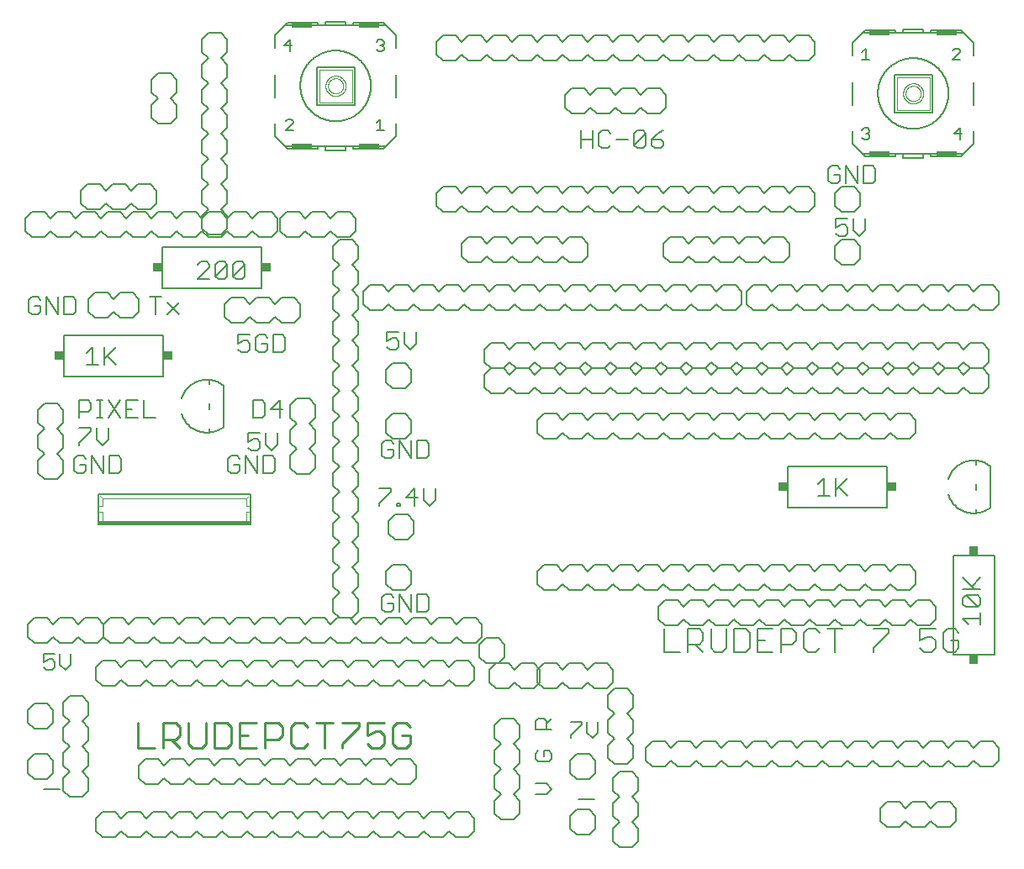
<source format=gbr>
G04 EAGLE Gerber RS-274X export*
G75*
%MOMM*%
%FSLAX34Y34*%
%LPD*%
%INSilkscreen Top*%
%IPPOS*%
%AMOC8*
5,1,8,0,0,1.08239X$1,22.5*%
G01*
%ADD10C,0.203200*%
%ADD11C,0.152400*%
%ADD12C,0.228600*%
%ADD13C,0.050800*%
%ADD14C,0.127000*%
%ADD15R,2.159000X0.508000*%
%ADD16R,15.250000X0.375000*%
%ADD17R,0.850000X0.812800*%
%ADD18R,0.812800X0.850000*%


D10*
X23876Y66050D02*
X39468Y66050D01*
X562356Y55890D02*
X577948Y55890D01*
D11*
X565329Y133872D02*
X554482Y133872D01*
X565329Y133872D02*
X565329Y131160D01*
X554482Y120314D01*
X554482Y117602D01*
X570854Y123025D02*
X570854Y133872D01*
X570854Y123025D02*
X576277Y117602D01*
X581700Y123025D01*
X581700Y133872D01*
D12*
X117983Y133499D02*
X117983Y107823D01*
X135100Y107823D01*
X143710Y107823D02*
X143710Y133499D01*
X156548Y133499D01*
X160827Y129220D01*
X160827Y120661D01*
X156548Y116382D01*
X143710Y116382D01*
X152268Y116382D02*
X160827Y107823D01*
X169437Y112102D02*
X169437Y133499D01*
X169437Y112102D02*
X173716Y107823D01*
X182275Y107823D01*
X186554Y112102D01*
X186554Y133499D01*
X195163Y133499D02*
X195163Y107823D01*
X208001Y107823D01*
X212281Y112102D01*
X212281Y129220D01*
X208001Y133499D01*
X195163Y133499D01*
X220890Y133499D02*
X238007Y133499D01*
X220890Y133499D02*
X220890Y107823D01*
X238007Y107823D01*
X229449Y120661D02*
X220890Y120661D01*
X246617Y107823D02*
X246617Y133499D01*
X259455Y133499D01*
X263734Y129220D01*
X263734Y120661D01*
X259455Y116382D01*
X246617Y116382D01*
X285182Y133499D02*
X289461Y129220D01*
X285182Y133499D02*
X276623Y133499D01*
X272344Y129220D01*
X272344Y112102D01*
X276623Y107823D01*
X285182Y107823D01*
X289461Y112102D01*
X306629Y107823D02*
X306629Y133499D01*
X298070Y133499D02*
X315188Y133499D01*
X323797Y133499D02*
X340915Y133499D01*
X340915Y129220D01*
X323797Y112102D01*
X323797Y107823D01*
X349524Y133499D02*
X366641Y133499D01*
X349524Y133499D02*
X349524Y120661D01*
X358083Y124940D01*
X362362Y124940D01*
X366641Y120661D01*
X366641Y112102D01*
X362362Y107823D01*
X353803Y107823D01*
X349524Y112102D01*
X388089Y133499D02*
X392368Y129220D01*
X388089Y133499D02*
X379530Y133499D01*
X375251Y129220D01*
X375251Y112102D01*
X379530Y107823D01*
X388089Y107823D01*
X392368Y112102D01*
X392368Y120661D01*
X383809Y120661D01*
D11*
X34469Y202452D02*
X23622Y202452D01*
X23622Y194317D01*
X29045Y197029D01*
X31757Y197029D01*
X34469Y194317D01*
X34469Y188894D01*
X31757Y186182D01*
X26334Y186182D01*
X23622Y188894D01*
X39994Y191605D02*
X39994Y202452D01*
X39994Y191605D02*
X45417Y186182D01*
X50840Y191605D01*
X50840Y202452D01*
X518908Y61144D02*
X529755Y61144D01*
X535178Y66567D01*
X529755Y71991D01*
X518908Y71991D01*
X518908Y102022D02*
X521620Y104734D01*
X518908Y102022D02*
X518908Y96599D01*
X521620Y93887D01*
X532466Y93887D01*
X535178Y96599D01*
X535178Y102022D01*
X532466Y104734D01*
X527043Y104734D01*
X527043Y99310D01*
X535178Y126630D02*
X518908Y126630D01*
X518908Y134765D01*
X521620Y137477D01*
X527043Y137477D01*
X529755Y134765D01*
X529755Y126630D01*
X529755Y132054D02*
X535178Y137477D01*
X825425Y691231D02*
X822460Y694197D01*
X816528Y694197D01*
X813562Y691231D01*
X813562Y679368D01*
X816528Y676402D01*
X822460Y676402D01*
X825425Y679368D01*
X825425Y685300D01*
X819494Y685300D01*
X831337Y694197D02*
X831337Y676402D01*
X843200Y676402D02*
X831337Y694197D01*
X843200Y694197D02*
X843200Y676402D01*
X849112Y676402D02*
X849112Y694197D01*
X849112Y676402D02*
X858009Y676402D01*
X860975Y679368D01*
X860975Y691231D01*
X858009Y694197D01*
X849112Y694197D01*
X833045Y640857D02*
X821182Y640857D01*
X821182Y631960D01*
X827114Y634925D01*
X830080Y634925D01*
X833045Y631960D01*
X833045Y626028D01*
X830080Y623062D01*
X824148Y623062D01*
X821182Y626028D01*
X838957Y628994D02*
X838957Y640857D01*
X838957Y628994D02*
X844889Y623062D01*
X850820Y628994D01*
X850820Y640857D01*
X564642Y711962D02*
X564642Y729757D01*
X564642Y720860D02*
X576505Y720860D01*
X576505Y729757D02*
X576505Y711962D01*
X594280Y726791D02*
X591314Y729757D01*
X585383Y729757D01*
X582417Y726791D01*
X582417Y714928D01*
X585383Y711962D01*
X591314Y711962D01*
X594280Y714928D01*
X600192Y720860D02*
X612055Y720860D01*
X617967Y714928D02*
X617967Y726791D01*
X620932Y729757D01*
X626864Y729757D01*
X629830Y726791D01*
X629830Y714928D01*
X626864Y711962D01*
X620932Y711962D01*
X617967Y714928D01*
X629830Y726791D01*
X641673Y726791D02*
X647605Y729757D01*
X641673Y726791D02*
X635741Y720860D01*
X635741Y714928D01*
X638707Y711962D01*
X644639Y711962D01*
X647605Y714928D01*
X647605Y717894D01*
X644639Y720860D01*
X635741Y720860D01*
X380925Y526557D02*
X369062Y526557D01*
X369062Y517660D01*
X374994Y520625D01*
X377960Y520625D01*
X380925Y517660D01*
X380925Y511728D01*
X377960Y508762D01*
X372028Y508762D01*
X369062Y511728D01*
X386837Y514694D02*
X386837Y526557D01*
X386837Y514694D02*
X392769Y508762D01*
X398700Y514694D01*
X398700Y526557D01*
X372880Y417337D02*
X375845Y414371D01*
X372880Y417337D02*
X366948Y417337D01*
X363982Y414371D01*
X363982Y402508D01*
X366948Y399542D01*
X372880Y399542D01*
X375845Y402508D01*
X375845Y408440D01*
X369914Y408440D01*
X381757Y417337D02*
X381757Y399542D01*
X393620Y399542D02*
X381757Y417337D01*
X393620Y417337D02*
X393620Y399542D01*
X399532Y399542D02*
X399532Y417337D01*
X399532Y399542D02*
X408429Y399542D01*
X411395Y402508D01*
X411395Y414371D01*
X408429Y417337D01*
X399532Y417337D01*
X234442Y440182D02*
X234442Y457977D01*
X234442Y440182D02*
X243340Y440182D01*
X246305Y443148D01*
X246305Y455011D01*
X243340Y457977D01*
X234442Y457977D01*
X261114Y457977D02*
X261114Y440182D01*
X252217Y449080D02*
X261114Y457977D01*
X264080Y449080D02*
X252217Y449080D01*
X241225Y424957D02*
X229362Y424957D01*
X229362Y416060D01*
X235294Y419025D01*
X238260Y419025D01*
X241225Y416060D01*
X241225Y410128D01*
X238260Y407162D01*
X232328Y407162D01*
X229362Y410128D01*
X247137Y413094D02*
X247137Y424957D01*
X247137Y413094D02*
X253069Y407162D01*
X259000Y413094D01*
X259000Y424957D01*
X220905Y399131D02*
X217940Y402097D01*
X212008Y402097D01*
X209042Y399131D01*
X209042Y387268D01*
X212008Y384302D01*
X217940Y384302D01*
X220905Y387268D01*
X220905Y393200D01*
X214974Y393200D01*
X226817Y402097D02*
X226817Y384302D01*
X238680Y384302D02*
X226817Y402097D01*
X238680Y402097D02*
X238680Y384302D01*
X244592Y384302D02*
X244592Y402097D01*
X244592Y384302D02*
X253489Y384302D01*
X256455Y387268D01*
X256455Y399131D01*
X253489Y402097D01*
X244592Y402097D01*
X59182Y440182D02*
X59182Y457977D01*
X68080Y457977D01*
X71045Y455011D01*
X71045Y449080D01*
X68080Y446114D01*
X59182Y446114D01*
X76957Y440182D02*
X82889Y440182D01*
X79923Y440182D02*
X79923Y457977D01*
X76957Y457977D02*
X82889Y457977D01*
X88807Y457977D02*
X100670Y440182D01*
X88807Y440182D02*
X100670Y457977D01*
X106582Y457977D02*
X118445Y457977D01*
X106582Y457977D02*
X106582Y440182D01*
X118445Y440182D01*
X112513Y449080D02*
X106582Y449080D01*
X124356Y457977D02*
X124356Y440182D01*
X136220Y440182D01*
X71045Y430037D02*
X59182Y430037D01*
X71045Y430037D02*
X71045Y427071D01*
X59182Y415208D01*
X59182Y412242D01*
X76957Y418174D02*
X76957Y430037D01*
X76957Y418174D02*
X82889Y412242D01*
X88820Y418174D01*
X88820Y430037D01*
X63000Y402097D02*
X65965Y399131D01*
X63000Y402097D02*
X57068Y402097D01*
X54102Y399131D01*
X54102Y387268D01*
X57068Y384302D01*
X63000Y384302D01*
X65965Y387268D01*
X65965Y393200D01*
X60034Y393200D01*
X71877Y402097D02*
X71877Y384302D01*
X83740Y384302D02*
X71877Y402097D01*
X83740Y402097D02*
X83740Y384302D01*
X89652Y384302D02*
X89652Y402097D01*
X89652Y384302D02*
X98549Y384302D01*
X101515Y387268D01*
X101515Y399131D01*
X98549Y402097D01*
X89652Y402097D01*
X20245Y559151D02*
X17280Y562117D01*
X11348Y562117D01*
X8382Y559151D01*
X8382Y547288D01*
X11348Y544322D01*
X17280Y544322D01*
X20245Y547288D01*
X20245Y553220D01*
X14314Y553220D01*
X26157Y562117D02*
X26157Y544322D01*
X38020Y544322D02*
X26157Y562117D01*
X38020Y562117D02*
X38020Y544322D01*
X43932Y544322D02*
X43932Y562117D01*
X43932Y544322D02*
X52829Y544322D01*
X55795Y547288D01*
X55795Y559151D01*
X52829Y562117D01*
X43932Y562117D01*
X136234Y562117D02*
X136234Y544322D01*
X130302Y562117D02*
X142165Y562117D01*
X148077Y556185D02*
X159940Y544322D01*
X148077Y544322D02*
X159940Y556185D01*
X219202Y524017D02*
X231065Y524017D01*
X219202Y524017D02*
X219202Y515120D01*
X225134Y518085D01*
X228100Y518085D01*
X231065Y515120D01*
X231065Y509188D01*
X228100Y506222D01*
X222168Y506222D01*
X219202Y509188D01*
X245874Y524017D02*
X248840Y521051D01*
X245874Y524017D02*
X239943Y524017D01*
X236977Y521051D01*
X236977Y509188D01*
X239943Y506222D01*
X245874Y506222D01*
X248840Y509188D01*
X248840Y515120D01*
X242909Y515120D01*
X254752Y524017D02*
X254752Y506222D01*
X263649Y506222D01*
X266615Y509188D01*
X266615Y521051D01*
X263649Y524017D01*
X254752Y524017D01*
D10*
X648716Y227604D02*
X648716Y204216D01*
X664308Y204216D01*
X672104Y204216D02*
X672104Y227604D01*
X683798Y227604D01*
X687696Y223706D01*
X687696Y215910D01*
X683798Y212012D01*
X672104Y212012D01*
X679900Y212012D02*
X687696Y204216D01*
X695492Y208114D02*
X695492Y227604D01*
X695492Y208114D02*
X699390Y204216D01*
X707186Y204216D01*
X711084Y208114D01*
X711084Y227604D01*
X718880Y227604D02*
X718880Y204216D01*
X730574Y204216D01*
X734472Y208114D01*
X734472Y223706D01*
X730574Y227604D01*
X718880Y227604D01*
X742268Y227604D02*
X757860Y227604D01*
X742268Y227604D02*
X742268Y204216D01*
X757860Y204216D01*
X750064Y215910D02*
X742268Y215910D01*
X765656Y204216D02*
X765656Y227604D01*
X777350Y227604D01*
X781248Y223706D01*
X781248Y215910D01*
X777350Y212012D01*
X765656Y212012D01*
X800738Y227604D02*
X804636Y223706D01*
X800738Y227604D02*
X792942Y227604D01*
X789044Y223706D01*
X789044Y208114D01*
X792942Y204216D01*
X800738Y204216D01*
X804636Y208114D01*
X820228Y204216D02*
X820228Y227604D01*
X812432Y227604D02*
X828024Y227604D01*
X859208Y227604D02*
X874800Y227604D01*
X874800Y223706D01*
X859208Y208114D01*
X859208Y204216D01*
X905984Y227604D02*
X921576Y227604D01*
X905984Y227604D02*
X905984Y215910D01*
X913780Y219808D01*
X917678Y219808D01*
X921576Y215910D01*
X921576Y208114D01*
X917678Y204216D01*
X909882Y204216D01*
X905984Y208114D01*
X941066Y227604D02*
X944964Y223706D01*
X941066Y227604D02*
X933270Y227604D01*
X929372Y223706D01*
X929372Y208114D01*
X933270Y204216D01*
X941066Y204216D01*
X944964Y208114D01*
X944964Y215910D01*
X937168Y215910D01*
D11*
X375845Y259431D02*
X372880Y262397D01*
X366948Y262397D01*
X363982Y259431D01*
X363982Y247568D01*
X366948Y244602D01*
X372880Y244602D01*
X375845Y247568D01*
X375845Y253500D01*
X369914Y253500D01*
X381757Y262397D02*
X381757Y244602D01*
X393620Y244602D02*
X381757Y262397D01*
X393620Y262397D02*
X393620Y244602D01*
X399532Y244602D02*
X399532Y262397D01*
X399532Y244602D02*
X408429Y244602D01*
X411395Y247568D01*
X411395Y259431D01*
X408429Y262397D01*
X399532Y262397D01*
X373305Y369077D02*
X361442Y369077D01*
X373305Y369077D02*
X373305Y366111D01*
X361442Y354248D01*
X361442Y351282D01*
X379217Y351282D02*
X379217Y354248D01*
X382183Y354248D01*
X382183Y351282D01*
X379217Y351282D01*
X397002Y351282D02*
X397002Y369077D01*
X388104Y360180D01*
X399968Y360180D01*
X405879Y357214D02*
X405879Y369077D01*
X405879Y357214D02*
X411811Y351282D01*
X417743Y357214D01*
X417743Y369077D01*
X72734Y511317D02*
X66802Y505385D01*
X72734Y511317D02*
X72734Y493522D01*
X78665Y493522D02*
X66802Y493522D01*
X84577Y493522D02*
X84577Y511317D01*
X84577Y499454D02*
X96440Y511317D01*
X87543Y502420D02*
X96440Y493522D01*
X178562Y579882D02*
X190425Y579882D01*
X178562Y579882D02*
X190425Y591745D01*
X190425Y594711D01*
X187460Y597677D01*
X181528Y597677D01*
X178562Y594711D01*
X196337Y594711D02*
X196337Y582848D01*
X196337Y594711D02*
X199303Y597677D01*
X205234Y597677D01*
X208200Y594711D01*
X208200Y582848D01*
X205234Y579882D01*
X199303Y579882D01*
X196337Y582848D01*
X208200Y594711D01*
X214112Y594711D02*
X214112Y582848D01*
X214112Y594711D02*
X217078Y597677D01*
X223009Y597677D01*
X225975Y594711D01*
X225975Y582848D01*
X223009Y579882D01*
X217078Y579882D01*
X214112Y582848D01*
X225975Y594711D01*
X803402Y373305D02*
X809334Y379237D01*
X809334Y361442D01*
X815265Y361442D02*
X803402Y361442D01*
X821177Y361442D02*
X821177Y379237D01*
X821177Y367374D02*
X833040Y379237D01*
X824143Y370340D02*
X833040Y361442D01*
X949183Y237834D02*
X955115Y231902D01*
X949183Y237834D02*
X966978Y237834D01*
X966978Y243765D02*
X966978Y231902D01*
X964012Y249677D02*
X952149Y249677D01*
X949183Y252643D01*
X949183Y258574D01*
X952149Y261540D01*
X964012Y261540D01*
X966978Y258574D01*
X966978Y252643D01*
X964012Y249677D01*
X952149Y261540D01*
X949183Y267452D02*
X966978Y267452D01*
X961046Y267452D02*
X949183Y279315D01*
X958080Y270418D02*
X966978Y279315D01*
D10*
X298450Y170180D02*
X285750Y170180D01*
X279400Y176530D01*
X279400Y189230D02*
X285750Y195580D01*
X323850Y170180D02*
X330200Y176530D01*
X323850Y170180D02*
X311150Y170180D01*
X304800Y176530D01*
X304800Y189230D02*
X311150Y195580D01*
X323850Y195580D01*
X330200Y189230D01*
X304800Y176530D02*
X298450Y170180D01*
X304800Y189230D02*
X298450Y195580D01*
X285750Y195580D01*
X361950Y170180D02*
X374650Y170180D01*
X361950Y170180D02*
X355600Y176530D01*
X355600Y189230D02*
X361950Y195580D01*
X355600Y176530D02*
X349250Y170180D01*
X336550Y170180D01*
X330200Y176530D01*
X330200Y189230D02*
X336550Y195580D01*
X349250Y195580D01*
X355600Y189230D01*
X400050Y170180D02*
X406400Y176530D01*
X400050Y170180D02*
X387350Y170180D01*
X381000Y176530D01*
X381000Y189230D02*
X387350Y195580D01*
X400050Y195580D01*
X406400Y189230D01*
X381000Y176530D02*
X374650Y170180D01*
X381000Y189230D02*
X374650Y195580D01*
X361950Y195580D01*
X438150Y170180D02*
X450850Y170180D01*
X438150Y170180D02*
X431800Y176530D01*
X431800Y189230D02*
X438150Y195580D01*
X431800Y176530D02*
X425450Y170180D01*
X412750Y170180D01*
X406400Y176530D01*
X406400Y189230D02*
X412750Y195580D01*
X425450Y195580D01*
X431800Y189230D01*
X457200Y189230D02*
X457200Y176530D01*
X450850Y170180D01*
X457200Y189230D02*
X450850Y195580D01*
X438150Y195580D01*
X120650Y170180D02*
X107950Y170180D01*
X101600Y176530D01*
X101600Y189230D02*
X107950Y195580D01*
X146050Y170180D02*
X152400Y176530D01*
X146050Y170180D02*
X133350Y170180D01*
X127000Y176530D01*
X127000Y189230D02*
X133350Y195580D01*
X146050Y195580D01*
X152400Y189230D01*
X127000Y176530D02*
X120650Y170180D01*
X127000Y189230D02*
X120650Y195580D01*
X107950Y195580D01*
X184150Y170180D02*
X196850Y170180D01*
X184150Y170180D02*
X177800Y176530D01*
X177800Y189230D02*
X184150Y195580D01*
X177800Y176530D02*
X171450Y170180D01*
X158750Y170180D01*
X152400Y176530D01*
X152400Y189230D02*
X158750Y195580D01*
X171450Y195580D01*
X177800Y189230D01*
X222250Y170180D02*
X228600Y176530D01*
X222250Y170180D02*
X209550Y170180D01*
X203200Y176530D01*
X203200Y189230D02*
X209550Y195580D01*
X222250Y195580D01*
X228600Y189230D01*
X203200Y176530D02*
X196850Y170180D01*
X203200Y189230D02*
X196850Y195580D01*
X184150Y195580D01*
X260350Y170180D02*
X273050Y170180D01*
X260350Y170180D02*
X254000Y176530D01*
X254000Y189230D02*
X260350Y195580D01*
X254000Y176530D02*
X247650Y170180D01*
X234950Y170180D01*
X228600Y176530D01*
X228600Y189230D02*
X234950Y195580D01*
X247650Y195580D01*
X254000Y189230D01*
X273050Y170180D02*
X279400Y176530D01*
X279400Y189230D02*
X273050Y195580D01*
X260350Y195580D01*
X101600Y176530D02*
X95250Y170180D01*
X82550Y170180D01*
X76200Y176530D01*
X76200Y189230D01*
X82550Y195580D01*
X95250Y195580D01*
X101600Y189230D01*
X234950Y43180D02*
X247650Y43180D01*
X254000Y36830D01*
X254000Y24130D02*
X247650Y17780D01*
X209550Y43180D02*
X203200Y36830D01*
X209550Y43180D02*
X222250Y43180D01*
X228600Y36830D01*
X228600Y24130D02*
X222250Y17780D01*
X209550Y17780D01*
X203200Y24130D01*
X228600Y36830D02*
X234950Y43180D01*
X228600Y24130D02*
X234950Y17780D01*
X247650Y17780D01*
X171450Y43180D02*
X158750Y43180D01*
X171450Y43180D02*
X177800Y36830D01*
X177800Y24130D02*
X171450Y17780D01*
X177800Y36830D02*
X184150Y43180D01*
X196850Y43180D01*
X203200Y36830D01*
X203200Y24130D02*
X196850Y17780D01*
X184150Y17780D01*
X177800Y24130D01*
X133350Y43180D02*
X127000Y36830D01*
X133350Y43180D02*
X146050Y43180D01*
X152400Y36830D01*
X152400Y24130D02*
X146050Y17780D01*
X133350Y17780D01*
X127000Y24130D01*
X152400Y36830D02*
X158750Y43180D01*
X152400Y24130D02*
X158750Y17780D01*
X171450Y17780D01*
X95250Y43180D02*
X82550Y43180D01*
X95250Y43180D02*
X101600Y36830D01*
X101600Y24130D02*
X95250Y17780D01*
X101600Y36830D02*
X107950Y43180D01*
X120650Y43180D01*
X127000Y36830D01*
X127000Y24130D02*
X120650Y17780D01*
X107950Y17780D01*
X101600Y24130D01*
X76200Y24130D02*
X76200Y36830D01*
X82550Y43180D01*
X76200Y24130D02*
X82550Y17780D01*
X95250Y17780D01*
X412750Y43180D02*
X425450Y43180D01*
X431800Y36830D01*
X431800Y24130D02*
X425450Y17780D01*
X387350Y43180D02*
X381000Y36830D01*
X387350Y43180D02*
X400050Y43180D01*
X406400Y36830D01*
X406400Y24130D02*
X400050Y17780D01*
X387350Y17780D01*
X381000Y24130D01*
X406400Y36830D02*
X412750Y43180D01*
X406400Y24130D02*
X412750Y17780D01*
X425450Y17780D01*
X349250Y43180D02*
X336550Y43180D01*
X349250Y43180D02*
X355600Y36830D01*
X355600Y24130D02*
X349250Y17780D01*
X355600Y36830D02*
X361950Y43180D01*
X374650Y43180D01*
X381000Y36830D01*
X381000Y24130D02*
X374650Y17780D01*
X361950Y17780D01*
X355600Y24130D01*
X311150Y43180D02*
X304800Y36830D01*
X311150Y43180D02*
X323850Y43180D01*
X330200Y36830D01*
X330200Y24130D02*
X323850Y17780D01*
X311150Y17780D01*
X304800Y24130D01*
X330200Y36830D02*
X336550Y43180D01*
X330200Y24130D02*
X336550Y17780D01*
X349250Y17780D01*
X273050Y43180D02*
X260350Y43180D01*
X273050Y43180D02*
X279400Y36830D01*
X279400Y24130D02*
X273050Y17780D01*
X279400Y36830D02*
X285750Y43180D01*
X298450Y43180D01*
X304800Y36830D01*
X304800Y24130D02*
X298450Y17780D01*
X285750Y17780D01*
X279400Y24130D01*
X260350Y43180D02*
X254000Y36830D01*
X254000Y24130D02*
X260350Y17780D01*
X273050Y17780D01*
X431800Y36830D02*
X438150Y43180D01*
X450850Y43180D01*
X457200Y36830D01*
X457200Y24130D01*
X450850Y17780D01*
X438150Y17780D01*
X431800Y24130D01*
X43180Y140970D02*
X43180Y153670D01*
X49530Y160020D01*
X62230Y160020D02*
X68580Y153670D01*
X43180Y115570D02*
X49530Y109220D01*
X43180Y115570D02*
X43180Y128270D01*
X49530Y134620D01*
X62230Y134620D02*
X68580Y128270D01*
X68580Y115570D01*
X62230Y109220D01*
X49530Y134620D02*
X43180Y140970D01*
X62230Y134620D02*
X68580Y140970D01*
X68580Y153670D01*
X43180Y77470D02*
X43180Y64770D01*
X43180Y77470D02*
X49530Y83820D01*
X62230Y83820D02*
X68580Y77470D01*
X49530Y83820D02*
X43180Y90170D01*
X43180Y102870D01*
X49530Y109220D01*
X62230Y109220D02*
X68580Y102870D01*
X68580Y90170D01*
X62230Y83820D01*
X62230Y58420D02*
X49530Y58420D01*
X43180Y64770D01*
X62230Y58420D02*
X68580Y64770D01*
X68580Y77470D01*
X62230Y160020D02*
X49530Y160020D01*
X502920Y54610D02*
X502920Y41910D01*
X496570Y35560D01*
X483870Y35560D02*
X477520Y41910D01*
X502920Y80010D02*
X496570Y86360D01*
X502920Y80010D02*
X502920Y67310D01*
X496570Y60960D01*
X483870Y60960D02*
X477520Y67310D01*
X477520Y80010D01*
X483870Y86360D01*
X496570Y60960D02*
X502920Y54610D01*
X483870Y60960D02*
X477520Y54610D01*
X477520Y41910D01*
X502920Y118110D02*
X502920Y130810D01*
X502920Y118110D02*
X496570Y111760D01*
X483870Y111760D02*
X477520Y118110D01*
X496570Y111760D02*
X502920Y105410D01*
X502920Y92710D01*
X496570Y86360D01*
X483870Y86360D02*
X477520Y92710D01*
X477520Y105410D01*
X483870Y111760D01*
X483870Y137160D02*
X496570Y137160D01*
X502920Y130810D01*
X483870Y137160D02*
X477520Y130810D01*
X477520Y118110D01*
X483870Y35560D02*
X496570Y35560D01*
X572770Y101600D02*
X579120Y95250D01*
X572770Y101600D02*
X560070Y101600D01*
X553720Y95250D01*
X553720Y82550D01*
X560070Y76200D01*
X572770Y76200D01*
X579120Y82550D01*
X579120Y95250D01*
X572770Y45720D02*
X579120Y39370D01*
X572770Y45720D02*
X560070Y45720D01*
X553720Y39370D01*
X553720Y26670D01*
X560070Y20320D01*
X572770Y20320D01*
X579120Y26670D01*
X579120Y39370D01*
X33020Y146050D02*
X26670Y152400D01*
X13970Y152400D01*
X7620Y146050D01*
X7620Y133350D01*
X13970Y127000D01*
X26670Y127000D01*
X33020Y133350D01*
X33020Y146050D01*
X26670Y101600D02*
X33020Y95250D01*
X26670Y101600D02*
X13970Y101600D01*
X7620Y95250D01*
X7620Y82550D01*
X13970Y76200D01*
X26670Y76200D01*
X33020Y82550D01*
X33020Y95250D01*
X577850Y673100D02*
X590550Y673100D01*
X596900Y666750D01*
X596900Y654050D02*
X590550Y647700D01*
X552450Y673100D02*
X546100Y666750D01*
X552450Y673100D02*
X565150Y673100D01*
X571500Y666750D01*
X571500Y654050D02*
X565150Y647700D01*
X552450Y647700D01*
X546100Y654050D01*
X571500Y666750D02*
X577850Y673100D01*
X571500Y654050D02*
X577850Y647700D01*
X590550Y647700D01*
X514350Y673100D02*
X501650Y673100D01*
X514350Y673100D02*
X520700Y666750D01*
X520700Y654050D02*
X514350Y647700D01*
X520700Y666750D02*
X527050Y673100D01*
X539750Y673100D01*
X546100Y666750D01*
X546100Y654050D02*
X539750Y647700D01*
X527050Y647700D01*
X520700Y654050D01*
X476250Y673100D02*
X469900Y666750D01*
X476250Y673100D02*
X488950Y673100D01*
X495300Y666750D01*
X495300Y654050D02*
X488950Y647700D01*
X476250Y647700D01*
X469900Y654050D01*
X495300Y666750D02*
X501650Y673100D01*
X495300Y654050D02*
X501650Y647700D01*
X514350Y647700D01*
X438150Y673100D02*
X425450Y673100D01*
X438150Y673100D02*
X444500Y666750D01*
X444500Y654050D02*
X438150Y647700D01*
X444500Y666750D02*
X450850Y673100D01*
X463550Y673100D01*
X469900Y666750D01*
X469900Y654050D02*
X463550Y647700D01*
X450850Y647700D01*
X444500Y654050D01*
X419100Y654050D02*
X419100Y666750D01*
X425450Y673100D01*
X419100Y654050D02*
X425450Y647700D01*
X438150Y647700D01*
X755650Y673100D02*
X768350Y673100D01*
X774700Y666750D01*
X774700Y654050D02*
X768350Y647700D01*
X730250Y673100D02*
X723900Y666750D01*
X730250Y673100D02*
X742950Y673100D01*
X749300Y666750D01*
X749300Y654050D02*
X742950Y647700D01*
X730250Y647700D01*
X723900Y654050D01*
X749300Y666750D02*
X755650Y673100D01*
X749300Y654050D02*
X755650Y647700D01*
X768350Y647700D01*
X692150Y673100D02*
X679450Y673100D01*
X692150Y673100D02*
X698500Y666750D01*
X698500Y654050D02*
X692150Y647700D01*
X698500Y666750D02*
X704850Y673100D01*
X717550Y673100D01*
X723900Y666750D01*
X723900Y654050D02*
X717550Y647700D01*
X704850Y647700D01*
X698500Y654050D01*
X654050Y673100D02*
X647700Y666750D01*
X654050Y673100D02*
X666750Y673100D01*
X673100Y666750D01*
X673100Y654050D02*
X666750Y647700D01*
X654050Y647700D01*
X647700Y654050D01*
X673100Y666750D02*
X679450Y673100D01*
X673100Y654050D02*
X679450Y647700D01*
X692150Y647700D01*
X615950Y673100D02*
X603250Y673100D01*
X615950Y673100D02*
X622300Y666750D01*
X622300Y654050D02*
X615950Y647700D01*
X622300Y666750D02*
X628650Y673100D01*
X641350Y673100D01*
X647700Y666750D01*
X647700Y654050D02*
X641350Y647700D01*
X628650Y647700D01*
X622300Y654050D01*
X603250Y673100D02*
X596900Y666750D01*
X596900Y654050D02*
X603250Y647700D01*
X615950Y647700D01*
X774700Y666750D02*
X781050Y673100D01*
X793750Y673100D01*
X800100Y666750D01*
X800100Y654050D01*
X793750Y647700D01*
X781050Y647700D01*
X774700Y654050D01*
X641350Y800100D02*
X628650Y800100D01*
X622300Y806450D01*
X622300Y819150D02*
X628650Y825500D01*
X666750Y800100D02*
X673100Y806450D01*
X666750Y800100D02*
X654050Y800100D01*
X647700Y806450D01*
X647700Y819150D02*
X654050Y825500D01*
X666750Y825500D01*
X673100Y819150D01*
X647700Y806450D02*
X641350Y800100D01*
X647700Y819150D02*
X641350Y825500D01*
X628650Y825500D01*
X704850Y800100D02*
X717550Y800100D01*
X704850Y800100D02*
X698500Y806450D01*
X698500Y819150D02*
X704850Y825500D01*
X698500Y806450D02*
X692150Y800100D01*
X679450Y800100D01*
X673100Y806450D01*
X673100Y819150D02*
X679450Y825500D01*
X692150Y825500D01*
X698500Y819150D01*
X742950Y800100D02*
X749300Y806450D01*
X742950Y800100D02*
X730250Y800100D01*
X723900Y806450D01*
X723900Y819150D02*
X730250Y825500D01*
X742950Y825500D01*
X749300Y819150D01*
X723900Y806450D02*
X717550Y800100D01*
X723900Y819150D02*
X717550Y825500D01*
X704850Y825500D01*
X781050Y800100D02*
X793750Y800100D01*
X781050Y800100D02*
X774700Y806450D01*
X774700Y819150D02*
X781050Y825500D01*
X774700Y806450D02*
X768350Y800100D01*
X755650Y800100D01*
X749300Y806450D01*
X749300Y819150D02*
X755650Y825500D01*
X768350Y825500D01*
X774700Y819150D01*
X800100Y819150D02*
X800100Y806450D01*
X793750Y800100D01*
X800100Y819150D02*
X793750Y825500D01*
X781050Y825500D01*
X463550Y800100D02*
X450850Y800100D01*
X444500Y806450D01*
X444500Y819150D02*
X450850Y825500D01*
X488950Y800100D02*
X495300Y806450D01*
X488950Y800100D02*
X476250Y800100D01*
X469900Y806450D01*
X469900Y819150D02*
X476250Y825500D01*
X488950Y825500D01*
X495300Y819150D01*
X469900Y806450D02*
X463550Y800100D01*
X469900Y819150D02*
X463550Y825500D01*
X450850Y825500D01*
X527050Y800100D02*
X539750Y800100D01*
X527050Y800100D02*
X520700Y806450D01*
X520700Y819150D02*
X527050Y825500D01*
X520700Y806450D02*
X514350Y800100D01*
X501650Y800100D01*
X495300Y806450D01*
X495300Y819150D02*
X501650Y825500D01*
X514350Y825500D01*
X520700Y819150D01*
X565150Y800100D02*
X571500Y806450D01*
X565150Y800100D02*
X552450Y800100D01*
X546100Y806450D01*
X546100Y819150D02*
X552450Y825500D01*
X565150Y825500D01*
X571500Y819150D01*
X546100Y806450D02*
X539750Y800100D01*
X546100Y819150D02*
X539750Y825500D01*
X527050Y825500D01*
X603250Y800100D02*
X615950Y800100D01*
X603250Y800100D02*
X596900Y806450D01*
X596900Y819150D02*
X603250Y825500D01*
X596900Y806450D02*
X590550Y800100D01*
X577850Y800100D01*
X571500Y806450D01*
X571500Y819150D02*
X577850Y825500D01*
X590550Y825500D01*
X596900Y819150D01*
X615950Y800100D02*
X622300Y806450D01*
X622300Y819150D02*
X615950Y825500D01*
X603250Y825500D01*
X444500Y806450D02*
X438150Y800100D01*
X425450Y800100D01*
X419100Y806450D01*
X419100Y819150D01*
X425450Y825500D01*
X438150Y825500D01*
X444500Y819150D01*
X527050Y622300D02*
X539750Y622300D01*
X546100Y615950D01*
X546100Y603250D02*
X539750Y596900D01*
X546100Y615950D02*
X552450Y622300D01*
X565150Y622300D01*
X571500Y615950D01*
X571500Y603250D02*
X565150Y596900D01*
X552450Y596900D01*
X546100Y603250D01*
X501650Y622300D02*
X495300Y615950D01*
X501650Y622300D02*
X514350Y622300D01*
X520700Y615950D01*
X520700Y603250D02*
X514350Y596900D01*
X501650Y596900D01*
X495300Y603250D01*
X520700Y615950D02*
X527050Y622300D01*
X520700Y603250D02*
X527050Y596900D01*
X539750Y596900D01*
X463550Y622300D02*
X450850Y622300D01*
X463550Y622300D02*
X469900Y615950D01*
X469900Y603250D02*
X463550Y596900D01*
X469900Y615950D02*
X476250Y622300D01*
X488950Y622300D01*
X495300Y615950D01*
X495300Y603250D02*
X488950Y596900D01*
X476250Y596900D01*
X469900Y603250D01*
X444500Y603250D02*
X444500Y615950D01*
X450850Y622300D01*
X444500Y603250D02*
X450850Y596900D01*
X463550Y596900D01*
X571500Y603250D02*
X571500Y615950D01*
X730250Y622300D02*
X742950Y622300D01*
X749300Y615950D01*
X749300Y603250D02*
X742950Y596900D01*
X749300Y615950D02*
X755650Y622300D01*
X768350Y622300D01*
X774700Y615950D01*
X774700Y603250D02*
X768350Y596900D01*
X755650Y596900D01*
X749300Y603250D01*
X704850Y622300D02*
X698500Y615950D01*
X704850Y622300D02*
X717550Y622300D01*
X723900Y615950D01*
X723900Y603250D02*
X717550Y596900D01*
X704850Y596900D01*
X698500Y603250D01*
X723900Y615950D02*
X730250Y622300D01*
X723900Y603250D02*
X730250Y596900D01*
X742950Y596900D01*
X666750Y622300D02*
X654050Y622300D01*
X666750Y622300D02*
X673100Y615950D01*
X673100Y603250D02*
X666750Y596900D01*
X673100Y615950D02*
X679450Y622300D01*
X692150Y622300D01*
X698500Y615950D01*
X698500Y603250D02*
X692150Y596900D01*
X679450Y596900D01*
X673100Y603250D01*
X647700Y603250D02*
X647700Y615950D01*
X654050Y622300D01*
X647700Y603250D02*
X654050Y596900D01*
X666750Y596900D01*
X774700Y603250D02*
X774700Y615950D01*
D11*
X336550Y755650D02*
X298450Y755650D01*
X298450Y793750D01*
X336550Y793750D01*
X336550Y755650D01*
D13*
X334010Y758190D02*
X300990Y758190D01*
X300990Y791210D01*
X334010Y791210D01*
X334010Y758190D01*
D11*
X327660Y713740D02*
X327660Y709930D01*
X327660Y713740D02*
X307340Y713740D01*
X307340Y709930D02*
X327660Y709930D01*
X307340Y709930D02*
X307340Y713740D01*
X266700Y713740D02*
X256540Y723900D01*
X266700Y713740D02*
X299720Y713740D01*
X256540Y723900D02*
X256540Y736600D01*
X256540Y763270D02*
X256540Y786130D01*
X256540Y825500D02*
X266700Y835660D01*
X256540Y825500D02*
X256540Y812800D01*
X378460Y786130D02*
X378460Y763270D01*
X378460Y812800D02*
X378460Y825500D01*
X368300Y835660D01*
X335280Y835660D01*
X335280Y713740D02*
X368300Y713740D01*
X378460Y723900D01*
X378460Y736600D01*
X327660Y839470D02*
X307340Y839470D01*
X327660Y839470D02*
X327660Y835660D01*
X307340Y835660D02*
X307340Y839470D01*
X266700Y713740D02*
X269240Y711200D01*
X299720Y711200D01*
X299720Y713740D01*
X307340Y713740D01*
X335280Y713740D02*
X335280Y711200D01*
X335280Y713740D02*
X327660Y713740D01*
X335280Y711200D02*
X365760Y711200D01*
X368300Y713740D01*
X327660Y835660D02*
X307340Y835660D01*
X299720Y835660D01*
X335280Y835660D02*
X335280Y838200D01*
X335280Y835660D02*
X327660Y835660D01*
X335280Y838200D02*
X365760Y838200D01*
X368300Y835660D01*
X299720Y835660D02*
X299720Y838200D01*
X299720Y835660D02*
X266700Y835660D01*
X269240Y838200D02*
X299720Y838200D01*
X269240Y838200D02*
X266700Y835660D01*
X281940Y774700D02*
X281951Y775573D01*
X281983Y776445D01*
X282036Y777316D01*
X282111Y778185D01*
X282207Y779053D01*
X282325Y779918D01*
X282464Y780779D01*
X282623Y781637D01*
X282804Y782491D01*
X283006Y783340D01*
X283228Y784184D01*
X283471Y785023D01*
X283735Y785855D01*
X284019Y786680D01*
X284323Y787498D01*
X284647Y788308D01*
X284991Y789110D01*
X285354Y789904D01*
X285737Y790688D01*
X286139Y791463D01*
X286560Y792227D01*
X286999Y792981D01*
X287457Y793725D01*
X287933Y794456D01*
X288427Y795176D01*
X288938Y795883D01*
X289466Y796578D01*
X290012Y797259D01*
X290574Y797927D01*
X291152Y798581D01*
X291746Y799220D01*
X292355Y799845D01*
X292980Y800454D01*
X293619Y801048D01*
X294273Y801626D01*
X294941Y802188D01*
X295622Y802734D01*
X296317Y803262D01*
X297024Y803773D01*
X297744Y804267D01*
X298475Y804743D01*
X299219Y805201D01*
X299973Y805640D01*
X300737Y806061D01*
X301512Y806463D01*
X302296Y806846D01*
X303090Y807209D01*
X303892Y807553D01*
X304702Y807877D01*
X305520Y808181D01*
X306345Y808465D01*
X307177Y808729D01*
X308016Y808972D01*
X308860Y809194D01*
X309709Y809396D01*
X310563Y809577D01*
X311421Y809736D01*
X312282Y809875D01*
X313147Y809993D01*
X314015Y810089D01*
X314884Y810164D01*
X315755Y810217D01*
X316627Y810249D01*
X317500Y810260D01*
X318373Y810249D01*
X319245Y810217D01*
X320116Y810164D01*
X320985Y810089D01*
X321853Y809993D01*
X322718Y809875D01*
X323579Y809736D01*
X324437Y809577D01*
X325291Y809396D01*
X326140Y809194D01*
X326984Y808972D01*
X327823Y808729D01*
X328655Y808465D01*
X329480Y808181D01*
X330298Y807877D01*
X331108Y807553D01*
X331910Y807209D01*
X332704Y806846D01*
X333488Y806463D01*
X334263Y806061D01*
X335027Y805640D01*
X335781Y805201D01*
X336525Y804743D01*
X337256Y804267D01*
X337976Y803773D01*
X338683Y803262D01*
X339378Y802734D01*
X340059Y802188D01*
X340727Y801626D01*
X341381Y801048D01*
X342020Y800454D01*
X342645Y799845D01*
X343254Y799220D01*
X343848Y798581D01*
X344426Y797927D01*
X344988Y797259D01*
X345534Y796578D01*
X346062Y795883D01*
X346573Y795176D01*
X347067Y794456D01*
X347543Y793725D01*
X348001Y792981D01*
X348440Y792227D01*
X348861Y791463D01*
X349263Y790688D01*
X349646Y789904D01*
X350009Y789110D01*
X350353Y788308D01*
X350677Y787498D01*
X350981Y786680D01*
X351265Y785855D01*
X351529Y785023D01*
X351772Y784184D01*
X351994Y783340D01*
X352196Y782491D01*
X352377Y781637D01*
X352536Y780779D01*
X352675Y779918D01*
X352793Y779053D01*
X352889Y778185D01*
X352964Y777316D01*
X353017Y776445D01*
X353049Y775573D01*
X353060Y774700D01*
X353049Y773827D01*
X353017Y772955D01*
X352964Y772084D01*
X352889Y771215D01*
X352793Y770347D01*
X352675Y769482D01*
X352536Y768621D01*
X352377Y767763D01*
X352196Y766909D01*
X351994Y766060D01*
X351772Y765216D01*
X351529Y764377D01*
X351265Y763545D01*
X350981Y762720D01*
X350677Y761902D01*
X350353Y761092D01*
X350009Y760290D01*
X349646Y759496D01*
X349263Y758712D01*
X348861Y757937D01*
X348440Y757173D01*
X348001Y756419D01*
X347543Y755675D01*
X347067Y754944D01*
X346573Y754224D01*
X346062Y753517D01*
X345534Y752822D01*
X344988Y752141D01*
X344426Y751473D01*
X343848Y750819D01*
X343254Y750180D01*
X342645Y749555D01*
X342020Y748946D01*
X341381Y748352D01*
X340727Y747774D01*
X340059Y747212D01*
X339378Y746666D01*
X338683Y746138D01*
X337976Y745627D01*
X337256Y745133D01*
X336525Y744657D01*
X335781Y744199D01*
X335027Y743760D01*
X334263Y743339D01*
X333488Y742937D01*
X332704Y742554D01*
X331910Y742191D01*
X331108Y741847D01*
X330298Y741523D01*
X329480Y741219D01*
X328655Y740935D01*
X327823Y740671D01*
X326984Y740428D01*
X326140Y740206D01*
X325291Y740004D01*
X324437Y739823D01*
X323579Y739664D01*
X322718Y739525D01*
X321853Y739407D01*
X320985Y739311D01*
X320116Y739236D01*
X319245Y739183D01*
X318373Y739151D01*
X317500Y739140D01*
X316627Y739151D01*
X315755Y739183D01*
X314884Y739236D01*
X314015Y739311D01*
X313147Y739407D01*
X312282Y739525D01*
X311421Y739664D01*
X310563Y739823D01*
X309709Y740004D01*
X308860Y740206D01*
X308016Y740428D01*
X307177Y740671D01*
X306345Y740935D01*
X305520Y741219D01*
X304702Y741523D01*
X303892Y741847D01*
X303090Y742191D01*
X302296Y742554D01*
X301512Y742937D01*
X300737Y743339D01*
X299973Y743760D01*
X299219Y744199D01*
X298475Y744657D01*
X297744Y745133D01*
X297024Y745627D01*
X296317Y746138D01*
X295622Y746666D01*
X294941Y747212D01*
X294273Y747774D01*
X293619Y748352D01*
X292980Y748946D01*
X292355Y749555D01*
X291746Y750180D01*
X291152Y750819D01*
X290574Y751473D01*
X290012Y752141D01*
X289466Y752822D01*
X288938Y753517D01*
X288427Y754224D01*
X287933Y754944D01*
X287457Y755675D01*
X286999Y756419D01*
X286560Y757173D01*
X286139Y757937D01*
X285737Y758712D01*
X285354Y759496D01*
X284991Y760290D01*
X284647Y761092D01*
X284323Y761902D01*
X284019Y762720D01*
X283735Y763545D01*
X283471Y764377D01*
X283228Y765216D01*
X283006Y766060D01*
X282804Y766909D01*
X282623Y767763D01*
X282464Y768621D01*
X282325Y769482D01*
X282207Y770347D01*
X282111Y771215D01*
X282036Y772084D01*
X281983Y772955D01*
X281951Y773827D01*
X281940Y774700D01*
D13*
X307340Y774700D02*
X307343Y774949D01*
X307352Y775199D01*
X307368Y775447D01*
X307389Y775696D01*
X307416Y775944D01*
X307450Y776191D01*
X307490Y776437D01*
X307535Y776682D01*
X307587Y776926D01*
X307644Y777169D01*
X307708Y777410D01*
X307777Y777649D01*
X307853Y777887D01*
X307934Y778123D01*
X308021Y778357D01*
X308113Y778588D01*
X308212Y778817D01*
X308315Y779044D01*
X308425Y779268D01*
X308540Y779489D01*
X308660Y779708D01*
X308785Y779923D01*
X308916Y780136D01*
X309052Y780345D01*
X309193Y780550D01*
X309339Y780752D01*
X309490Y780951D01*
X309646Y781145D01*
X309807Y781336D01*
X309972Y781523D01*
X310142Y781706D01*
X310316Y781884D01*
X310494Y782058D01*
X310677Y782228D01*
X310864Y782393D01*
X311055Y782554D01*
X311249Y782710D01*
X311448Y782861D01*
X311650Y783007D01*
X311855Y783148D01*
X312064Y783284D01*
X312277Y783415D01*
X312492Y783540D01*
X312711Y783660D01*
X312932Y783775D01*
X313156Y783885D01*
X313383Y783988D01*
X313612Y784087D01*
X313843Y784179D01*
X314077Y784266D01*
X314313Y784347D01*
X314551Y784423D01*
X314790Y784492D01*
X315031Y784556D01*
X315274Y784613D01*
X315518Y784665D01*
X315763Y784710D01*
X316009Y784750D01*
X316256Y784784D01*
X316504Y784811D01*
X316753Y784832D01*
X317001Y784848D01*
X317251Y784857D01*
X317500Y784860D01*
X317749Y784857D01*
X317999Y784848D01*
X318247Y784832D01*
X318496Y784811D01*
X318744Y784784D01*
X318991Y784750D01*
X319237Y784710D01*
X319482Y784665D01*
X319726Y784613D01*
X319969Y784556D01*
X320210Y784492D01*
X320449Y784423D01*
X320687Y784347D01*
X320923Y784266D01*
X321157Y784179D01*
X321388Y784087D01*
X321617Y783988D01*
X321844Y783885D01*
X322068Y783775D01*
X322289Y783660D01*
X322508Y783540D01*
X322723Y783415D01*
X322936Y783284D01*
X323145Y783148D01*
X323350Y783007D01*
X323552Y782861D01*
X323751Y782710D01*
X323945Y782554D01*
X324136Y782393D01*
X324323Y782228D01*
X324506Y782058D01*
X324684Y781884D01*
X324858Y781706D01*
X325028Y781523D01*
X325193Y781336D01*
X325354Y781145D01*
X325510Y780951D01*
X325661Y780752D01*
X325807Y780550D01*
X325948Y780345D01*
X326084Y780136D01*
X326215Y779923D01*
X326340Y779708D01*
X326460Y779489D01*
X326575Y779268D01*
X326685Y779044D01*
X326788Y778817D01*
X326887Y778588D01*
X326979Y778357D01*
X327066Y778123D01*
X327147Y777887D01*
X327223Y777649D01*
X327292Y777410D01*
X327356Y777169D01*
X327413Y776926D01*
X327465Y776682D01*
X327510Y776437D01*
X327550Y776191D01*
X327584Y775944D01*
X327611Y775696D01*
X327632Y775447D01*
X327648Y775199D01*
X327657Y774949D01*
X327660Y774700D01*
X327657Y774451D01*
X327648Y774201D01*
X327632Y773953D01*
X327611Y773704D01*
X327584Y773456D01*
X327550Y773209D01*
X327510Y772963D01*
X327465Y772718D01*
X327413Y772474D01*
X327356Y772231D01*
X327292Y771990D01*
X327223Y771751D01*
X327147Y771513D01*
X327066Y771277D01*
X326979Y771043D01*
X326887Y770812D01*
X326788Y770583D01*
X326685Y770356D01*
X326575Y770132D01*
X326460Y769911D01*
X326340Y769692D01*
X326215Y769477D01*
X326084Y769264D01*
X325948Y769055D01*
X325807Y768850D01*
X325661Y768648D01*
X325510Y768449D01*
X325354Y768255D01*
X325193Y768064D01*
X325028Y767877D01*
X324858Y767694D01*
X324684Y767516D01*
X324506Y767342D01*
X324323Y767172D01*
X324136Y767007D01*
X323945Y766846D01*
X323751Y766690D01*
X323552Y766539D01*
X323350Y766393D01*
X323145Y766252D01*
X322936Y766116D01*
X322723Y765985D01*
X322508Y765860D01*
X322289Y765740D01*
X322068Y765625D01*
X321844Y765515D01*
X321617Y765412D01*
X321388Y765313D01*
X321157Y765221D01*
X320923Y765134D01*
X320687Y765053D01*
X320449Y764977D01*
X320210Y764908D01*
X319969Y764844D01*
X319726Y764787D01*
X319482Y764735D01*
X319237Y764690D01*
X318991Y764650D01*
X318744Y764616D01*
X318496Y764589D01*
X318247Y764568D01*
X317999Y764552D01*
X317749Y764543D01*
X317500Y764540D01*
X317251Y764543D01*
X317001Y764552D01*
X316753Y764568D01*
X316504Y764589D01*
X316256Y764616D01*
X316009Y764650D01*
X315763Y764690D01*
X315518Y764735D01*
X315274Y764787D01*
X315031Y764844D01*
X314790Y764908D01*
X314551Y764977D01*
X314313Y765053D01*
X314077Y765134D01*
X313843Y765221D01*
X313612Y765313D01*
X313383Y765412D01*
X313156Y765515D01*
X312932Y765625D01*
X312711Y765740D01*
X312492Y765860D01*
X312277Y765985D01*
X312064Y766116D01*
X311855Y766252D01*
X311650Y766393D01*
X311448Y766539D01*
X311249Y766690D01*
X311055Y766846D01*
X310864Y767007D01*
X310677Y767172D01*
X310494Y767342D01*
X310316Y767516D01*
X310142Y767694D01*
X309972Y767877D01*
X309807Y768064D01*
X309646Y768255D01*
X309490Y768449D01*
X309339Y768648D01*
X309193Y768850D01*
X309052Y769055D01*
X308916Y769264D01*
X308785Y769477D01*
X308660Y769692D01*
X308540Y769911D01*
X308425Y770132D01*
X308315Y770356D01*
X308212Y770583D01*
X308113Y770812D01*
X308021Y771043D01*
X307934Y771277D01*
X307853Y771513D01*
X307777Y771751D01*
X307708Y771990D01*
X307644Y772231D01*
X307587Y772474D01*
X307535Y772718D01*
X307490Y772963D01*
X307450Y773209D01*
X307416Y773456D01*
X307389Y773704D01*
X307368Y773953D01*
X307352Y774201D01*
X307343Y774451D01*
X307340Y774700D01*
X309880Y774700D02*
X309882Y774887D01*
X309889Y775074D01*
X309901Y775261D01*
X309917Y775447D01*
X309937Y775633D01*
X309962Y775818D01*
X309992Y776003D01*
X310026Y776187D01*
X310065Y776370D01*
X310108Y776552D01*
X310156Y776732D01*
X310208Y776912D01*
X310265Y777090D01*
X310325Y777267D01*
X310391Y777442D01*
X310460Y777616D01*
X310534Y777788D01*
X310612Y777958D01*
X310694Y778126D01*
X310780Y778292D01*
X310870Y778456D01*
X310964Y778617D01*
X311062Y778777D01*
X311164Y778933D01*
X311270Y779088D01*
X311380Y779239D01*
X311493Y779388D01*
X311610Y779534D01*
X311730Y779677D01*
X311854Y779817D01*
X311981Y779954D01*
X312112Y780088D01*
X312246Y780219D01*
X312383Y780346D01*
X312523Y780470D01*
X312666Y780590D01*
X312812Y780707D01*
X312961Y780820D01*
X313112Y780930D01*
X313267Y781036D01*
X313423Y781138D01*
X313583Y781236D01*
X313744Y781330D01*
X313908Y781420D01*
X314074Y781506D01*
X314242Y781588D01*
X314412Y781666D01*
X314584Y781740D01*
X314758Y781809D01*
X314933Y781875D01*
X315110Y781935D01*
X315288Y781992D01*
X315468Y782044D01*
X315648Y782092D01*
X315830Y782135D01*
X316013Y782174D01*
X316197Y782208D01*
X316382Y782238D01*
X316567Y782263D01*
X316753Y782283D01*
X316939Y782299D01*
X317126Y782311D01*
X317313Y782318D01*
X317500Y782320D01*
X317687Y782318D01*
X317874Y782311D01*
X318061Y782299D01*
X318247Y782283D01*
X318433Y782263D01*
X318618Y782238D01*
X318803Y782208D01*
X318987Y782174D01*
X319170Y782135D01*
X319352Y782092D01*
X319532Y782044D01*
X319712Y781992D01*
X319890Y781935D01*
X320067Y781875D01*
X320242Y781809D01*
X320416Y781740D01*
X320588Y781666D01*
X320758Y781588D01*
X320926Y781506D01*
X321092Y781420D01*
X321256Y781330D01*
X321417Y781236D01*
X321577Y781138D01*
X321733Y781036D01*
X321888Y780930D01*
X322039Y780820D01*
X322188Y780707D01*
X322334Y780590D01*
X322477Y780470D01*
X322617Y780346D01*
X322754Y780219D01*
X322888Y780088D01*
X323019Y779954D01*
X323146Y779817D01*
X323270Y779677D01*
X323390Y779534D01*
X323507Y779388D01*
X323620Y779239D01*
X323730Y779088D01*
X323836Y778933D01*
X323938Y778777D01*
X324036Y778617D01*
X324130Y778456D01*
X324220Y778292D01*
X324306Y778126D01*
X324388Y777958D01*
X324466Y777788D01*
X324540Y777616D01*
X324609Y777442D01*
X324675Y777267D01*
X324735Y777090D01*
X324792Y776912D01*
X324844Y776732D01*
X324892Y776552D01*
X324935Y776370D01*
X324974Y776187D01*
X325008Y776003D01*
X325038Y775818D01*
X325063Y775633D01*
X325083Y775447D01*
X325099Y775261D01*
X325111Y775074D01*
X325118Y774887D01*
X325120Y774700D01*
X325118Y774513D01*
X325111Y774326D01*
X325099Y774139D01*
X325083Y773953D01*
X325063Y773767D01*
X325038Y773582D01*
X325008Y773397D01*
X324974Y773213D01*
X324935Y773030D01*
X324892Y772848D01*
X324844Y772668D01*
X324792Y772488D01*
X324735Y772310D01*
X324675Y772133D01*
X324609Y771958D01*
X324540Y771784D01*
X324466Y771612D01*
X324388Y771442D01*
X324306Y771274D01*
X324220Y771108D01*
X324130Y770944D01*
X324036Y770783D01*
X323938Y770623D01*
X323836Y770467D01*
X323730Y770312D01*
X323620Y770161D01*
X323507Y770012D01*
X323390Y769866D01*
X323270Y769723D01*
X323146Y769583D01*
X323019Y769446D01*
X322888Y769312D01*
X322754Y769181D01*
X322617Y769054D01*
X322477Y768930D01*
X322334Y768810D01*
X322188Y768693D01*
X322039Y768580D01*
X321888Y768470D01*
X321733Y768364D01*
X321577Y768262D01*
X321417Y768164D01*
X321256Y768070D01*
X321092Y767980D01*
X320926Y767894D01*
X320758Y767812D01*
X320588Y767734D01*
X320416Y767660D01*
X320242Y767591D01*
X320067Y767525D01*
X319890Y767465D01*
X319712Y767408D01*
X319532Y767356D01*
X319352Y767308D01*
X319170Y767265D01*
X318987Y767226D01*
X318803Y767192D01*
X318618Y767162D01*
X318433Y767137D01*
X318247Y767117D01*
X318061Y767101D01*
X317874Y767089D01*
X317687Y767082D01*
X317500Y767080D01*
X317313Y767082D01*
X317126Y767089D01*
X316939Y767101D01*
X316753Y767117D01*
X316567Y767137D01*
X316382Y767162D01*
X316197Y767192D01*
X316013Y767226D01*
X315830Y767265D01*
X315648Y767308D01*
X315468Y767356D01*
X315288Y767408D01*
X315110Y767465D01*
X314933Y767525D01*
X314758Y767591D01*
X314584Y767660D01*
X314412Y767734D01*
X314242Y767812D01*
X314074Y767894D01*
X313908Y767980D01*
X313744Y768070D01*
X313583Y768164D01*
X313423Y768262D01*
X313267Y768364D01*
X313112Y768470D01*
X312961Y768580D01*
X312812Y768693D01*
X312666Y768810D01*
X312523Y768930D01*
X312383Y769054D01*
X312246Y769181D01*
X312112Y769312D01*
X311981Y769446D01*
X311854Y769583D01*
X311730Y769723D01*
X311610Y769866D01*
X311493Y770012D01*
X311380Y770161D01*
X311270Y770312D01*
X311164Y770467D01*
X311062Y770623D01*
X310964Y770783D01*
X310870Y770944D01*
X310780Y771108D01*
X310694Y771274D01*
X310612Y771442D01*
X310534Y771612D01*
X310460Y771784D01*
X310391Y771958D01*
X310325Y772133D01*
X310265Y772310D01*
X310208Y772488D01*
X310156Y772668D01*
X310108Y772848D01*
X310065Y773030D01*
X310026Y773213D01*
X309992Y773397D01*
X309962Y773582D01*
X309937Y773767D01*
X309917Y773953D01*
X309901Y774139D01*
X309889Y774326D01*
X309882Y774513D01*
X309880Y774700D01*
D14*
X358511Y737242D02*
X362324Y741055D01*
X362324Y729615D01*
X358511Y729615D02*
X366138Y729615D01*
X274698Y729615D02*
X267071Y729615D01*
X274698Y737242D01*
X274698Y739148D01*
X272791Y741055D01*
X268978Y741055D01*
X267071Y739148D01*
X358511Y819158D02*
X360418Y821065D01*
X364231Y821065D01*
X366138Y819158D01*
X366138Y817252D01*
X364231Y815345D01*
X362324Y815345D01*
X364231Y815345D02*
X366138Y813438D01*
X366138Y811532D01*
X364231Y809625D01*
X360418Y809625D01*
X358511Y811532D01*
X271521Y809625D02*
X271521Y821065D01*
X265801Y815345D01*
X273428Y815345D01*
D15*
X283845Y713740D03*
X351155Y713740D03*
X283845Y835660D03*
X351155Y835660D03*
D11*
X880110Y786130D02*
X918210Y786130D01*
X918210Y748030D01*
X880110Y748030D01*
X880110Y786130D01*
D13*
X882650Y783590D02*
X915670Y783590D01*
X915670Y750570D01*
X882650Y750570D01*
X882650Y783590D01*
D11*
X889000Y828040D02*
X889000Y831850D01*
X889000Y828040D02*
X909320Y828040D01*
X909320Y831850D02*
X889000Y831850D01*
X909320Y831850D02*
X909320Y828040D01*
X949960Y828040D02*
X960120Y817880D01*
X949960Y828040D02*
X916940Y828040D01*
X960120Y817880D02*
X960120Y805180D01*
X960120Y778510D02*
X960120Y755650D01*
X960120Y716280D02*
X949960Y706120D01*
X960120Y716280D02*
X960120Y728980D01*
X838200Y755650D02*
X838200Y778510D01*
X838200Y728980D02*
X838200Y716280D01*
X848360Y706120D01*
X881380Y706120D01*
X881380Y828040D02*
X848360Y828040D01*
X838200Y817880D01*
X838200Y805180D01*
X889000Y702310D02*
X909320Y702310D01*
X889000Y702310D02*
X889000Y706120D01*
X909320Y706120D02*
X909320Y702310D01*
X949960Y828040D02*
X947420Y830580D01*
X916940Y830580D01*
X916940Y828040D01*
X909320Y828040D01*
X881380Y828040D02*
X881380Y830580D01*
X881380Y828040D02*
X889000Y828040D01*
X881380Y830580D02*
X850900Y830580D01*
X848360Y828040D01*
X889000Y706120D02*
X909320Y706120D01*
X916940Y706120D01*
X881380Y706120D02*
X881380Y703580D01*
X881380Y706120D02*
X889000Y706120D01*
X881380Y703580D02*
X850900Y703580D01*
X848360Y706120D01*
X916940Y706120D02*
X916940Y703580D01*
X916940Y706120D02*
X949960Y706120D01*
X947420Y703580D02*
X916940Y703580D01*
X947420Y703580D02*
X949960Y706120D01*
X863600Y767080D02*
X863611Y767953D01*
X863643Y768825D01*
X863696Y769696D01*
X863771Y770565D01*
X863867Y771433D01*
X863985Y772298D01*
X864124Y773159D01*
X864283Y774017D01*
X864464Y774871D01*
X864666Y775720D01*
X864888Y776564D01*
X865131Y777403D01*
X865395Y778235D01*
X865679Y779060D01*
X865983Y779878D01*
X866307Y780688D01*
X866651Y781490D01*
X867014Y782284D01*
X867397Y783068D01*
X867799Y783843D01*
X868220Y784607D01*
X868659Y785361D01*
X869117Y786105D01*
X869593Y786836D01*
X870087Y787556D01*
X870598Y788263D01*
X871126Y788958D01*
X871672Y789639D01*
X872234Y790307D01*
X872812Y790961D01*
X873406Y791600D01*
X874015Y792225D01*
X874640Y792834D01*
X875279Y793428D01*
X875933Y794006D01*
X876601Y794568D01*
X877282Y795114D01*
X877977Y795642D01*
X878684Y796153D01*
X879404Y796647D01*
X880135Y797123D01*
X880879Y797581D01*
X881633Y798020D01*
X882397Y798441D01*
X883172Y798843D01*
X883956Y799226D01*
X884750Y799589D01*
X885552Y799933D01*
X886362Y800257D01*
X887180Y800561D01*
X888005Y800845D01*
X888837Y801109D01*
X889676Y801352D01*
X890520Y801574D01*
X891369Y801776D01*
X892223Y801957D01*
X893081Y802116D01*
X893942Y802255D01*
X894807Y802373D01*
X895675Y802469D01*
X896544Y802544D01*
X897415Y802597D01*
X898287Y802629D01*
X899160Y802640D01*
X900033Y802629D01*
X900905Y802597D01*
X901776Y802544D01*
X902645Y802469D01*
X903513Y802373D01*
X904378Y802255D01*
X905239Y802116D01*
X906097Y801957D01*
X906951Y801776D01*
X907800Y801574D01*
X908644Y801352D01*
X909483Y801109D01*
X910315Y800845D01*
X911140Y800561D01*
X911958Y800257D01*
X912768Y799933D01*
X913570Y799589D01*
X914364Y799226D01*
X915148Y798843D01*
X915923Y798441D01*
X916687Y798020D01*
X917441Y797581D01*
X918185Y797123D01*
X918916Y796647D01*
X919636Y796153D01*
X920343Y795642D01*
X921038Y795114D01*
X921719Y794568D01*
X922387Y794006D01*
X923041Y793428D01*
X923680Y792834D01*
X924305Y792225D01*
X924914Y791600D01*
X925508Y790961D01*
X926086Y790307D01*
X926648Y789639D01*
X927194Y788958D01*
X927722Y788263D01*
X928233Y787556D01*
X928727Y786836D01*
X929203Y786105D01*
X929661Y785361D01*
X930100Y784607D01*
X930521Y783843D01*
X930923Y783068D01*
X931306Y782284D01*
X931669Y781490D01*
X932013Y780688D01*
X932337Y779878D01*
X932641Y779060D01*
X932925Y778235D01*
X933189Y777403D01*
X933432Y776564D01*
X933654Y775720D01*
X933856Y774871D01*
X934037Y774017D01*
X934196Y773159D01*
X934335Y772298D01*
X934453Y771433D01*
X934549Y770565D01*
X934624Y769696D01*
X934677Y768825D01*
X934709Y767953D01*
X934720Y767080D01*
X934709Y766207D01*
X934677Y765335D01*
X934624Y764464D01*
X934549Y763595D01*
X934453Y762727D01*
X934335Y761862D01*
X934196Y761001D01*
X934037Y760143D01*
X933856Y759289D01*
X933654Y758440D01*
X933432Y757596D01*
X933189Y756757D01*
X932925Y755925D01*
X932641Y755100D01*
X932337Y754282D01*
X932013Y753472D01*
X931669Y752670D01*
X931306Y751876D01*
X930923Y751092D01*
X930521Y750317D01*
X930100Y749553D01*
X929661Y748799D01*
X929203Y748055D01*
X928727Y747324D01*
X928233Y746604D01*
X927722Y745897D01*
X927194Y745202D01*
X926648Y744521D01*
X926086Y743853D01*
X925508Y743199D01*
X924914Y742560D01*
X924305Y741935D01*
X923680Y741326D01*
X923041Y740732D01*
X922387Y740154D01*
X921719Y739592D01*
X921038Y739046D01*
X920343Y738518D01*
X919636Y738007D01*
X918916Y737513D01*
X918185Y737037D01*
X917441Y736579D01*
X916687Y736140D01*
X915923Y735719D01*
X915148Y735317D01*
X914364Y734934D01*
X913570Y734571D01*
X912768Y734227D01*
X911958Y733903D01*
X911140Y733599D01*
X910315Y733315D01*
X909483Y733051D01*
X908644Y732808D01*
X907800Y732586D01*
X906951Y732384D01*
X906097Y732203D01*
X905239Y732044D01*
X904378Y731905D01*
X903513Y731787D01*
X902645Y731691D01*
X901776Y731616D01*
X900905Y731563D01*
X900033Y731531D01*
X899160Y731520D01*
X898287Y731531D01*
X897415Y731563D01*
X896544Y731616D01*
X895675Y731691D01*
X894807Y731787D01*
X893942Y731905D01*
X893081Y732044D01*
X892223Y732203D01*
X891369Y732384D01*
X890520Y732586D01*
X889676Y732808D01*
X888837Y733051D01*
X888005Y733315D01*
X887180Y733599D01*
X886362Y733903D01*
X885552Y734227D01*
X884750Y734571D01*
X883956Y734934D01*
X883172Y735317D01*
X882397Y735719D01*
X881633Y736140D01*
X880879Y736579D01*
X880135Y737037D01*
X879404Y737513D01*
X878684Y738007D01*
X877977Y738518D01*
X877282Y739046D01*
X876601Y739592D01*
X875933Y740154D01*
X875279Y740732D01*
X874640Y741326D01*
X874015Y741935D01*
X873406Y742560D01*
X872812Y743199D01*
X872234Y743853D01*
X871672Y744521D01*
X871126Y745202D01*
X870598Y745897D01*
X870087Y746604D01*
X869593Y747324D01*
X869117Y748055D01*
X868659Y748799D01*
X868220Y749553D01*
X867799Y750317D01*
X867397Y751092D01*
X867014Y751876D01*
X866651Y752670D01*
X866307Y753472D01*
X865983Y754282D01*
X865679Y755100D01*
X865395Y755925D01*
X865131Y756757D01*
X864888Y757596D01*
X864666Y758440D01*
X864464Y759289D01*
X864283Y760143D01*
X864124Y761001D01*
X863985Y761862D01*
X863867Y762727D01*
X863771Y763595D01*
X863696Y764464D01*
X863643Y765335D01*
X863611Y766207D01*
X863600Y767080D01*
D13*
X889000Y767080D02*
X889003Y767329D01*
X889012Y767579D01*
X889028Y767827D01*
X889049Y768076D01*
X889076Y768324D01*
X889110Y768571D01*
X889150Y768817D01*
X889195Y769062D01*
X889247Y769306D01*
X889304Y769549D01*
X889368Y769790D01*
X889437Y770029D01*
X889513Y770267D01*
X889594Y770503D01*
X889681Y770737D01*
X889773Y770968D01*
X889872Y771197D01*
X889975Y771424D01*
X890085Y771648D01*
X890200Y771869D01*
X890320Y772088D01*
X890445Y772303D01*
X890576Y772516D01*
X890712Y772725D01*
X890853Y772930D01*
X890999Y773132D01*
X891150Y773331D01*
X891306Y773525D01*
X891467Y773716D01*
X891632Y773903D01*
X891802Y774086D01*
X891976Y774264D01*
X892154Y774438D01*
X892337Y774608D01*
X892524Y774773D01*
X892715Y774934D01*
X892909Y775090D01*
X893108Y775241D01*
X893310Y775387D01*
X893515Y775528D01*
X893724Y775664D01*
X893937Y775795D01*
X894152Y775920D01*
X894371Y776040D01*
X894592Y776155D01*
X894816Y776265D01*
X895043Y776368D01*
X895272Y776467D01*
X895503Y776559D01*
X895737Y776646D01*
X895973Y776727D01*
X896211Y776803D01*
X896450Y776872D01*
X896691Y776936D01*
X896934Y776993D01*
X897178Y777045D01*
X897423Y777090D01*
X897669Y777130D01*
X897916Y777164D01*
X898164Y777191D01*
X898413Y777212D01*
X898661Y777228D01*
X898911Y777237D01*
X899160Y777240D01*
X899409Y777237D01*
X899659Y777228D01*
X899907Y777212D01*
X900156Y777191D01*
X900404Y777164D01*
X900651Y777130D01*
X900897Y777090D01*
X901142Y777045D01*
X901386Y776993D01*
X901629Y776936D01*
X901870Y776872D01*
X902109Y776803D01*
X902347Y776727D01*
X902583Y776646D01*
X902817Y776559D01*
X903048Y776467D01*
X903277Y776368D01*
X903504Y776265D01*
X903728Y776155D01*
X903949Y776040D01*
X904168Y775920D01*
X904383Y775795D01*
X904596Y775664D01*
X904805Y775528D01*
X905010Y775387D01*
X905212Y775241D01*
X905411Y775090D01*
X905605Y774934D01*
X905796Y774773D01*
X905983Y774608D01*
X906166Y774438D01*
X906344Y774264D01*
X906518Y774086D01*
X906688Y773903D01*
X906853Y773716D01*
X907014Y773525D01*
X907170Y773331D01*
X907321Y773132D01*
X907467Y772930D01*
X907608Y772725D01*
X907744Y772516D01*
X907875Y772303D01*
X908000Y772088D01*
X908120Y771869D01*
X908235Y771648D01*
X908345Y771424D01*
X908448Y771197D01*
X908547Y770968D01*
X908639Y770737D01*
X908726Y770503D01*
X908807Y770267D01*
X908883Y770029D01*
X908952Y769790D01*
X909016Y769549D01*
X909073Y769306D01*
X909125Y769062D01*
X909170Y768817D01*
X909210Y768571D01*
X909244Y768324D01*
X909271Y768076D01*
X909292Y767827D01*
X909308Y767579D01*
X909317Y767329D01*
X909320Y767080D01*
X909317Y766831D01*
X909308Y766581D01*
X909292Y766333D01*
X909271Y766084D01*
X909244Y765836D01*
X909210Y765589D01*
X909170Y765343D01*
X909125Y765098D01*
X909073Y764854D01*
X909016Y764611D01*
X908952Y764370D01*
X908883Y764131D01*
X908807Y763893D01*
X908726Y763657D01*
X908639Y763423D01*
X908547Y763192D01*
X908448Y762963D01*
X908345Y762736D01*
X908235Y762512D01*
X908120Y762291D01*
X908000Y762072D01*
X907875Y761857D01*
X907744Y761644D01*
X907608Y761435D01*
X907467Y761230D01*
X907321Y761028D01*
X907170Y760829D01*
X907014Y760635D01*
X906853Y760444D01*
X906688Y760257D01*
X906518Y760074D01*
X906344Y759896D01*
X906166Y759722D01*
X905983Y759552D01*
X905796Y759387D01*
X905605Y759226D01*
X905411Y759070D01*
X905212Y758919D01*
X905010Y758773D01*
X904805Y758632D01*
X904596Y758496D01*
X904383Y758365D01*
X904168Y758240D01*
X903949Y758120D01*
X903728Y758005D01*
X903504Y757895D01*
X903277Y757792D01*
X903048Y757693D01*
X902817Y757601D01*
X902583Y757514D01*
X902347Y757433D01*
X902109Y757357D01*
X901870Y757288D01*
X901629Y757224D01*
X901386Y757167D01*
X901142Y757115D01*
X900897Y757070D01*
X900651Y757030D01*
X900404Y756996D01*
X900156Y756969D01*
X899907Y756948D01*
X899659Y756932D01*
X899409Y756923D01*
X899160Y756920D01*
X898911Y756923D01*
X898661Y756932D01*
X898413Y756948D01*
X898164Y756969D01*
X897916Y756996D01*
X897669Y757030D01*
X897423Y757070D01*
X897178Y757115D01*
X896934Y757167D01*
X896691Y757224D01*
X896450Y757288D01*
X896211Y757357D01*
X895973Y757433D01*
X895737Y757514D01*
X895503Y757601D01*
X895272Y757693D01*
X895043Y757792D01*
X894816Y757895D01*
X894592Y758005D01*
X894371Y758120D01*
X894152Y758240D01*
X893937Y758365D01*
X893724Y758496D01*
X893515Y758632D01*
X893310Y758773D01*
X893108Y758919D01*
X892909Y759070D01*
X892715Y759226D01*
X892524Y759387D01*
X892337Y759552D01*
X892154Y759722D01*
X891976Y759896D01*
X891802Y760074D01*
X891632Y760257D01*
X891467Y760444D01*
X891306Y760635D01*
X891150Y760829D01*
X890999Y761028D01*
X890853Y761230D01*
X890712Y761435D01*
X890576Y761644D01*
X890445Y761857D01*
X890320Y762072D01*
X890200Y762291D01*
X890085Y762512D01*
X889975Y762736D01*
X889872Y762963D01*
X889773Y763192D01*
X889681Y763423D01*
X889594Y763657D01*
X889513Y763893D01*
X889437Y764131D01*
X889368Y764370D01*
X889304Y764611D01*
X889247Y764854D01*
X889195Y765098D01*
X889150Y765343D01*
X889110Y765589D01*
X889076Y765836D01*
X889049Y766084D01*
X889028Y766333D01*
X889012Y766581D01*
X889003Y766831D01*
X889000Y767080D01*
X891540Y767080D02*
X891542Y767267D01*
X891549Y767454D01*
X891561Y767641D01*
X891577Y767827D01*
X891597Y768013D01*
X891622Y768198D01*
X891652Y768383D01*
X891686Y768567D01*
X891725Y768750D01*
X891768Y768932D01*
X891816Y769112D01*
X891868Y769292D01*
X891925Y769470D01*
X891985Y769647D01*
X892051Y769822D01*
X892120Y769996D01*
X892194Y770168D01*
X892272Y770338D01*
X892354Y770506D01*
X892440Y770672D01*
X892530Y770836D01*
X892624Y770997D01*
X892722Y771157D01*
X892824Y771313D01*
X892930Y771468D01*
X893040Y771619D01*
X893153Y771768D01*
X893270Y771914D01*
X893390Y772057D01*
X893514Y772197D01*
X893641Y772334D01*
X893772Y772468D01*
X893906Y772599D01*
X894043Y772726D01*
X894183Y772850D01*
X894326Y772970D01*
X894472Y773087D01*
X894621Y773200D01*
X894772Y773310D01*
X894927Y773416D01*
X895083Y773518D01*
X895243Y773616D01*
X895404Y773710D01*
X895568Y773800D01*
X895734Y773886D01*
X895902Y773968D01*
X896072Y774046D01*
X896244Y774120D01*
X896418Y774189D01*
X896593Y774255D01*
X896770Y774315D01*
X896948Y774372D01*
X897128Y774424D01*
X897308Y774472D01*
X897490Y774515D01*
X897673Y774554D01*
X897857Y774588D01*
X898042Y774618D01*
X898227Y774643D01*
X898413Y774663D01*
X898599Y774679D01*
X898786Y774691D01*
X898973Y774698D01*
X899160Y774700D01*
X899347Y774698D01*
X899534Y774691D01*
X899721Y774679D01*
X899907Y774663D01*
X900093Y774643D01*
X900278Y774618D01*
X900463Y774588D01*
X900647Y774554D01*
X900830Y774515D01*
X901012Y774472D01*
X901192Y774424D01*
X901372Y774372D01*
X901550Y774315D01*
X901727Y774255D01*
X901902Y774189D01*
X902076Y774120D01*
X902248Y774046D01*
X902418Y773968D01*
X902586Y773886D01*
X902752Y773800D01*
X902916Y773710D01*
X903077Y773616D01*
X903237Y773518D01*
X903393Y773416D01*
X903548Y773310D01*
X903699Y773200D01*
X903848Y773087D01*
X903994Y772970D01*
X904137Y772850D01*
X904277Y772726D01*
X904414Y772599D01*
X904548Y772468D01*
X904679Y772334D01*
X904806Y772197D01*
X904930Y772057D01*
X905050Y771914D01*
X905167Y771768D01*
X905280Y771619D01*
X905390Y771468D01*
X905496Y771313D01*
X905598Y771157D01*
X905696Y770997D01*
X905790Y770836D01*
X905880Y770672D01*
X905966Y770506D01*
X906048Y770338D01*
X906126Y770168D01*
X906200Y769996D01*
X906269Y769822D01*
X906335Y769647D01*
X906395Y769470D01*
X906452Y769292D01*
X906504Y769112D01*
X906552Y768932D01*
X906595Y768750D01*
X906634Y768567D01*
X906668Y768383D01*
X906698Y768198D01*
X906723Y768013D01*
X906743Y767827D01*
X906759Y767641D01*
X906771Y767454D01*
X906778Y767267D01*
X906780Y767080D01*
X906778Y766893D01*
X906771Y766706D01*
X906759Y766519D01*
X906743Y766333D01*
X906723Y766147D01*
X906698Y765962D01*
X906668Y765777D01*
X906634Y765593D01*
X906595Y765410D01*
X906552Y765228D01*
X906504Y765048D01*
X906452Y764868D01*
X906395Y764690D01*
X906335Y764513D01*
X906269Y764338D01*
X906200Y764164D01*
X906126Y763992D01*
X906048Y763822D01*
X905966Y763654D01*
X905880Y763488D01*
X905790Y763324D01*
X905696Y763163D01*
X905598Y763003D01*
X905496Y762847D01*
X905390Y762692D01*
X905280Y762541D01*
X905167Y762392D01*
X905050Y762246D01*
X904930Y762103D01*
X904806Y761963D01*
X904679Y761826D01*
X904548Y761692D01*
X904414Y761561D01*
X904277Y761434D01*
X904137Y761310D01*
X903994Y761190D01*
X903848Y761073D01*
X903699Y760960D01*
X903548Y760850D01*
X903393Y760744D01*
X903237Y760642D01*
X903077Y760544D01*
X902916Y760450D01*
X902752Y760360D01*
X902586Y760274D01*
X902418Y760192D01*
X902248Y760114D01*
X902076Y760040D01*
X901902Y759971D01*
X901727Y759905D01*
X901550Y759845D01*
X901372Y759788D01*
X901192Y759736D01*
X901012Y759688D01*
X900830Y759645D01*
X900647Y759606D01*
X900463Y759572D01*
X900278Y759542D01*
X900093Y759517D01*
X899907Y759497D01*
X899721Y759481D01*
X899534Y759469D01*
X899347Y759462D01*
X899160Y759460D01*
X898973Y759462D01*
X898786Y759469D01*
X898599Y759481D01*
X898413Y759497D01*
X898227Y759517D01*
X898042Y759542D01*
X897857Y759572D01*
X897673Y759606D01*
X897490Y759645D01*
X897308Y759688D01*
X897128Y759736D01*
X896948Y759788D01*
X896770Y759845D01*
X896593Y759905D01*
X896418Y759971D01*
X896244Y760040D01*
X896072Y760114D01*
X895902Y760192D01*
X895734Y760274D01*
X895568Y760360D01*
X895404Y760450D01*
X895243Y760544D01*
X895083Y760642D01*
X894927Y760744D01*
X894772Y760850D01*
X894621Y760960D01*
X894472Y761073D01*
X894326Y761190D01*
X894183Y761310D01*
X894043Y761434D01*
X893906Y761561D01*
X893772Y761692D01*
X893641Y761826D01*
X893514Y761963D01*
X893390Y762103D01*
X893270Y762246D01*
X893153Y762392D01*
X893040Y762541D01*
X892930Y762692D01*
X892824Y762847D01*
X892722Y763003D01*
X892624Y763163D01*
X892530Y763324D01*
X892440Y763488D01*
X892354Y763654D01*
X892272Y763822D01*
X892194Y763992D01*
X892120Y764164D01*
X892051Y764338D01*
X891985Y764513D01*
X891925Y764690D01*
X891868Y764868D01*
X891816Y765048D01*
X891768Y765228D01*
X891725Y765410D01*
X891686Y765593D01*
X891652Y765777D01*
X891622Y765962D01*
X891597Y766147D01*
X891577Y766333D01*
X891561Y766519D01*
X891549Y766706D01*
X891542Y766893D01*
X891540Y767080D01*
D14*
X847725Y808362D02*
X851538Y812175D01*
X851538Y800735D01*
X847725Y800735D02*
X855352Y800735D01*
X939165Y800735D02*
X946792Y800735D01*
X939165Y800735D02*
X946792Y808362D01*
X946792Y810268D01*
X944885Y812175D01*
X941072Y812175D01*
X939165Y810268D01*
X849632Y732165D02*
X847725Y730258D01*
X849632Y732165D02*
X853445Y732165D01*
X855352Y730258D01*
X855352Y728352D01*
X853445Y726445D01*
X851538Y726445D01*
X853445Y726445D02*
X855352Y724538D01*
X855352Y722632D01*
X853445Y720725D01*
X849632Y720725D01*
X847725Y722632D01*
X946155Y720725D02*
X946155Y732165D01*
X940435Y726445D01*
X948062Y726445D01*
D15*
X932815Y828040D03*
X865505Y828040D03*
X932815Y706120D03*
X865505Y706120D03*
D10*
X240030Y71120D02*
X227330Y71120D01*
X220980Y77470D01*
X220980Y90170D02*
X227330Y96520D01*
X265430Y71120D02*
X271780Y77470D01*
X265430Y71120D02*
X252730Y71120D01*
X246380Y77470D01*
X246380Y90170D02*
X252730Y96520D01*
X265430Y96520D01*
X271780Y90170D01*
X246380Y77470D02*
X240030Y71120D01*
X246380Y90170D02*
X240030Y96520D01*
X227330Y96520D01*
X303530Y71120D02*
X316230Y71120D01*
X303530Y71120D02*
X297180Y77470D01*
X297180Y90170D02*
X303530Y96520D01*
X297180Y77470D02*
X290830Y71120D01*
X278130Y71120D01*
X271780Y77470D01*
X271780Y90170D02*
X278130Y96520D01*
X290830Y96520D01*
X297180Y90170D01*
X341630Y71120D02*
X347980Y77470D01*
X341630Y71120D02*
X328930Y71120D01*
X322580Y77470D01*
X322580Y90170D02*
X328930Y96520D01*
X341630Y96520D01*
X347980Y90170D01*
X322580Y77470D02*
X316230Y71120D01*
X322580Y90170D02*
X316230Y96520D01*
X303530Y96520D01*
X379730Y71120D02*
X392430Y71120D01*
X379730Y71120D02*
X373380Y77470D01*
X373380Y90170D02*
X379730Y96520D01*
X373380Y77470D02*
X367030Y71120D01*
X354330Y71120D01*
X347980Y77470D01*
X347980Y90170D02*
X354330Y96520D01*
X367030Y96520D01*
X373380Y90170D01*
X398780Y90170D02*
X398780Y77470D01*
X392430Y71120D01*
X398780Y90170D02*
X392430Y96520D01*
X379730Y96520D01*
X214630Y71120D02*
X201930Y71120D01*
X195580Y77470D01*
X195580Y90170D02*
X201930Y96520D01*
X220980Y77470D02*
X214630Y71120D01*
X220980Y90170D02*
X214630Y96520D01*
X201930Y96520D01*
X189230Y71120D02*
X176530Y71120D01*
X170180Y77470D01*
X170180Y90170D02*
X176530Y96520D01*
X195580Y77470D02*
X189230Y71120D01*
X195580Y90170D02*
X189230Y96520D01*
X176530Y96520D01*
X163830Y71120D02*
X151130Y71120D01*
X144780Y77470D01*
X144780Y90170D02*
X151130Y96520D01*
X170180Y77470D02*
X163830Y71120D01*
X170180Y90170D02*
X163830Y96520D01*
X151130Y96520D01*
X138430Y71120D02*
X125730Y71120D01*
X119380Y77470D01*
X119380Y90170D01*
X125730Y96520D01*
X144780Y77470D02*
X138430Y71120D01*
X144780Y90170D02*
X138430Y96520D01*
X125730Y96520D01*
X504190Y574040D02*
X516890Y574040D01*
X523240Y567690D01*
X523240Y554990D02*
X516890Y548640D01*
X478790Y574040D02*
X472440Y567690D01*
X478790Y574040D02*
X491490Y574040D01*
X497840Y567690D01*
X497840Y554990D02*
X491490Y548640D01*
X478790Y548640D01*
X472440Y554990D01*
X497840Y567690D02*
X504190Y574040D01*
X497840Y554990D02*
X504190Y548640D01*
X516890Y548640D01*
X440690Y574040D02*
X427990Y574040D01*
X440690Y574040D02*
X447040Y567690D01*
X447040Y554990D02*
X440690Y548640D01*
X447040Y567690D02*
X453390Y574040D01*
X466090Y574040D01*
X472440Y567690D01*
X472440Y554990D02*
X466090Y548640D01*
X453390Y548640D01*
X447040Y554990D01*
X402590Y574040D02*
X396240Y567690D01*
X402590Y574040D02*
X415290Y574040D01*
X421640Y567690D01*
X421640Y554990D02*
X415290Y548640D01*
X402590Y548640D01*
X396240Y554990D01*
X421640Y567690D02*
X427990Y574040D01*
X421640Y554990D02*
X427990Y548640D01*
X440690Y548640D01*
X364490Y574040D02*
X351790Y574040D01*
X364490Y574040D02*
X370840Y567690D01*
X370840Y554990D02*
X364490Y548640D01*
X370840Y567690D02*
X377190Y574040D01*
X389890Y574040D01*
X396240Y567690D01*
X396240Y554990D02*
X389890Y548640D01*
X377190Y548640D01*
X370840Y554990D01*
X345440Y554990D02*
X345440Y567690D01*
X351790Y574040D01*
X345440Y554990D02*
X351790Y548640D01*
X364490Y548640D01*
X681990Y574040D02*
X694690Y574040D01*
X701040Y567690D01*
X701040Y554990D02*
X694690Y548640D01*
X656590Y574040D02*
X650240Y567690D01*
X656590Y574040D02*
X669290Y574040D01*
X675640Y567690D01*
X675640Y554990D02*
X669290Y548640D01*
X656590Y548640D01*
X650240Y554990D01*
X675640Y567690D02*
X681990Y574040D01*
X675640Y554990D02*
X681990Y548640D01*
X694690Y548640D01*
X618490Y574040D02*
X605790Y574040D01*
X618490Y574040D02*
X624840Y567690D01*
X624840Y554990D02*
X618490Y548640D01*
X624840Y567690D02*
X631190Y574040D01*
X643890Y574040D01*
X650240Y567690D01*
X650240Y554990D02*
X643890Y548640D01*
X631190Y548640D01*
X624840Y554990D01*
X580390Y574040D02*
X574040Y567690D01*
X580390Y574040D02*
X593090Y574040D01*
X599440Y567690D01*
X599440Y554990D02*
X593090Y548640D01*
X580390Y548640D01*
X574040Y554990D01*
X599440Y567690D02*
X605790Y574040D01*
X599440Y554990D02*
X605790Y548640D01*
X618490Y548640D01*
X542290Y574040D02*
X529590Y574040D01*
X542290Y574040D02*
X548640Y567690D01*
X548640Y554990D02*
X542290Y548640D01*
X548640Y567690D02*
X554990Y574040D01*
X567690Y574040D01*
X574040Y567690D01*
X574040Y554990D02*
X567690Y548640D01*
X554990Y548640D01*
X548640Y554990D01*
X529590Y574040D02*
X523240Y567690D01*
X523240Y554990D02*
X529590Y548640D01*
X542290Y548640D01*
X701040Y567690D02*
X707390Y574040D01*
X720090Y574040D01*
X726440Y567690D01*
X726440Y554990D01*
X720090Y548640D01*
X707390Y548640D01*
X701040Y554990D01*
X255270Y238760D02*
X242570Y238760D01*
X255270Y238760D02*
X261620Y232410D01*
X261620Y219710D02*
X255270Y213360D01*
X217170Y238760D02*
X210820Y232410D01*
X217170Y238760D02*
X229870Y238760D01*
X236220Y232410D01*
X236220Y219710D02*
X229870Y213360D01*
X217170Y213360D01*
X210820Y219710D01*
X236220Y232410D02*
X242570Y238760D01*
X236220Y219710D02*
X242570Y213360D01*
X255270Y213360D01*
X179070Y238760D02*
X166370Y238760D01*
X179070Y238760D02*
X185420Y232410D01*
X185420Y219710D02*
X179070Y213360D01*
X185420Y232410D02*
X191770Y238760D01*
X204470Y238760D01*
X210820Y232410D01*
X210820Y219710D02*
X204470Y213360D01*
X191770Y213360D01*
X185420Y219710D01*
X140970Y238760D02*
X134620Y232410D01*
X140970Y238760D02*
X153670Y238760D01*
X160020Y232410D01*
X160020Y219710D02*
X153670Y213360D01*
X140970Y213360D01*
X134620Y219710D01*
X160020Y232410D02*
X166370Y238760D01*
X160020Y219710D02*
X166370Y213360D01*
X179070Y213360D01*
X102870Y238760D02*
X90170Y238760D01*
X102870Y238760D02*
X109220Y232410D01*
X109220Y219710D02*
X102870Y213360D01*
X109220Y232410D02*
X115570Y238760D01*
X128270Y238760D01*
X134620Y232410D01*
X134620Y219710D02*
X128270Y213360D01*
X115570Y213360D01*
X109220Y219710D01*
X83820Y219710D02*
X83820Y232410D01*
X90170Y238760D01*
X83820Y219710D02*
X90170Y213360D01*
X102870Y213360D01*
X420370Y238760D02*
X433070Y238760D01*
X439420Y232410D01*
X439420Y219710D02*
X433070Y213360D01*
X394970Y238760D02*
X388620Y232410D01*
X394970Y238760D02*
X407670Y238760D01*
X414020Y232410D01*
X414020Y219710D02*
X407670Y213360D01*
X394970Y213360D01*
X388620Y219710D01*
X414020Y232410D02*
X420370Y238760D01*
X414020Y219710D02*
X420370Y213360D01*
X433070Y213360D01*
X356870Y238760D02*
X344170Y238760D01*
X356870Y238760D02*
X363220Y232410D01*
X363220Y219710D02*
X356870Y213360D01*
X363220Y232410D02*
X369570Y238760D01*
X382270Y238760D01*
X388620Y232410D01*
X388620Y219710D02*
X382270Y213360D01*
X369570Y213360D01*
X363220Y219710D01*
X318770Y238760D02*
X312420Y232410D01*
X318770Y238760D02*
X331470Y238760D01*
X337820Y232410D01*
X337820Y219710D02*
X331470Y213360D01*
X318770Y213360D01*
X312420Y219710D01*
X337820Y232410D02*
X344170Y238760D01*
X337820Y219710D02*
X344170Y213360D01*
X356870Y213360D01*
X280670Y238760D02*
X267970Y238760D01*
X280670Y238760D02*
X287020Y232410D01*
X287020Y219710D02*
X280670Y213360D01*
X287020Y232410D02*
X293370Y238760D01*
X306070Y238760D01*
X312420Y232410D01*
X312420Y219710D02*
X306070Y213360D01*
X293370Y213360D01*
X287020Y219710D01*
X267970Y238760D02*
X261620Y232410D01*
X261620Y219710D02*
X267970Y213360D01*
X280670Y213360D01*
X439420Y232410D02*
X445770Y238760D01*
X458470Y238760D01*
X464820Y232410D01*
X464820Y219710D01*
X458470Y213360D01*
X445770Y213360D01*
X439420Y219710D01*
X596900Y64770D02*
X603250Y58420D01*
X596900Y64770D02*
X596900Y77470D01*
X603250Y83820D01*
X615950Y83820D02*
X622300Y77470D01*
X622300Y64770D01*
X615950Y58420D01*
X596900Y26670D02*
X596900Y13970D01*
X596900Y26670D02*
X603250Y33020D01*
X615950Y33020D02*
X622300Y26670D01*
X603250Y33020D02*
X596900Y39370D01*
X596900Y52070D01*
X603250Y58420D01*
X615950Y58420D02*
X622300Y52070D01*
X622300Y39370D01*
X615950Y33020D01*
X615950Y7620D02*
X603250Y7620D01*
X596900Y13970D01*
X615950Y7620D02*
X622300Y13970D01*
X622300Y26670D01*
X615950Y83820D02*
X603250Y83820D01*
X64770Y238760D02*
X58420Y232410D01*
X64770Y238760D02*
X77470Y238760D01*
X83820Y232410D01*
X83820Y219710D02*
X77470Y213360D01*
X64770Y213360D01*
X58420Y219710D01*
X26670Y238760D02*
X13970Y238760D01*
X26670Y238760D02*
X33020Y232410D01*
X33020Y219710D02*
X26670Y213360D01*
X33020Y232410D02*
X39370Y238760D01*
X52070Y238760D01*
X58420Y232410D01*
X58420Y219710D02*
X52070Y213360D01*
X39370Y213360D01*
X33020Y219710D01*
X7620Y219710D02*
X7620Y232410D01*
X13970Y238760D01*
X7620Y219710D02*
X13970Y213360D01*
X26670Y213360D01*
X83820Y219710D02*
X83820Y232410D01*
X312420Y641350D02*
X318770Y647700D01*
X331470Y647700D01*
X337820Y641350D01*
X337820Y628650D02*
X331470Y622300D01*
X318770Y622300D01*
X312420Y628650D01*
X280670Y647700D02*
X267970Y647700D01*
X280670Y647700D02*
X287020Y641350D01*
X287020Y628650D02*
X280670Y622300D01*
X287020Y641350D02*
X293370Y647700D01*
X306070Y647700D01*
X312420Y641350D01*
X312420Y628650D02*
X306070Y622300D01*
X293370Y622300D01*
X287020Y628650D01*
X261620Y628650D02*
X261620Y641350D01*
X267970Y647700D01*
X261620Y628650D02*
X267970Y622300D01*
X280670Y622300D01*
X337820Y628650D02*
X337820Y641350D01*
X891540Y34290D02*
X885190Y27940D01*
X872490Y27940D01*
X866140Y34290D01*
X866140Y46990D02*
X872490Y53340D01*
X885190Y53340D01*
X891540Y46990D01*
X923290Y27940D02*
X935990Y27940D01*
X923290Y27940D02*
X916940Y34290D01*
X916940Y46990D02*
X923290Y53340D01*
X916940Y34290D02*
X910590Y27940D01*
X897890Y27940D01*
X891540Y34290D01*
X891540Y46990D02*
X897890Y53340D01*
X910590Y53340D01*
X916940Y46990D01*
X942340Y46990D02*
X942340Y34290D01*
X935990Y27940D01*
X942340Y46990D02*
X935990Y53340D01*
X923290Y53340D01*
X866140Y46990D02*
X866140Y34290D01*
X86360Y656590D02*
X80010Y650240D01*
X67310Y650240D01*
X60960Y656590D01*
X60960Y669290D02*
X67310Y675640D01*
X80010Y675640D01*
X86360Y669290D01*
X118110Y650240D02*
X130810Y650240D01*
X118110Y650240D02*
X111760Y656590D01*
X111760Y669290D02*
X118110Y675640D01*
X111760Y656590D02*
X105410Y650240D01*
X92710Y650240D01*
X86360Y656590D01*
X86360Y669290D02*
X92710Y675640D01*
X105410Y675640D01*
X111760Y669290D01*
X137160Y669290D02*
X137160Y656590D01*
X130810Y650240D01*
X137160Y669290D02*
X130810Y675640D01*
X118110Y675640D01*
X60960Y669290D02*
X60960Y656590D01*
X571500Y186690D02*
X577850Y193040D01*
X590550Y193040D01*
X596900Y186690D01*
X596900Y173990D02*
X590550Y167640D01*
X577850Y167640D01*
X571500Y173990D01*
X539750Y193040D02*
X527050Y193040D01*
X539750Y193040D02*
X546100Y186690D01*
X546100Y173990D02*
X539750Y167640D01*
X546100Y186690D02*
X552450Y193040D01*
X565150Y193040D01*
X571500Y186690D01*
X571500Y173990D02*
X565150Y167640D01*
X552450Y167640D01*
X546100Y173990D01*
X520700Y173990D02*
X520700Y186690D01*
X527050Y193040D01*
X520700Y173990D02*
X527050Y167640D01*
X539750Y167640D01*
X596900Y173990D02*
X596900Y186690D01*
X591820Y148590D02*
X598170Y142240D01*
X591820Y148590D02*
X591820Y161290D01*
X598170Y167640D01*
X610870Y167640D02*
X617220Y161290D01*
X617220Y148590D01*
X610870Y142240D01*
X591820Y110490D02*
X591820Y97790D01*
X591820Y110490D02*
X598170Y116840D01*
X610870Y116840D02*
X617220Y110490D01*
X598170Y116840D02*
X591820Y123190D01*
X591820Y135890D01*
X598170Y142240D01*
X610870Y142240D02*
X617220Y135890D01*
X617220Y123190D01*
X610870Y116840D01*
X610870Y91440D02*
X598170Y91440D01*
X591820Y97790D01*
X610870Y91440D02*
X617220Y97790D01*
X617220Y110490D01*
X610870Y167640D02*
X598170Y167640D01*
X516890Y167640D02*
X504190Y167640D01*
X497840Y173990D01*
X497840Y186690D02*
X504190Y193040D01*
X497840Y173990D02*
X491490Y167640D01*
X478790Y167640D01*
X472440Y173990D01*
X472440Y186690D02*
X478790Y193040D01*
X491490Y193040D01*
X497840Y186690D01*
X523240Y186690D02*
X523240Y173990D01*
X516890Y167640D01*
X523240Y186690D02*
X516890Y193040D01*
X504190Y193040D01*
X472440Y186690D02*
X472440Y173990D01*
X157480Y768350D02*
X157480Y781050D01*
X157480Y768350D02*
X151130Y762000D01*
X138430Y762000D02*
X132080Y768350D01*
X151130Y762000D02*
X157480Y755650D01*
X157480Y742950D01*
X151130Y736600D01*
X138430Y736600D02*
X132080Y742950D01*
X132080Y755650D01*
X138430Y762000D01*
X138430Y787400D02*
X151130Y787400D01*
X157480Y781050D01*
X138430Y787400D02*
X132080Y781050D01*
X132080Y768350D01*
X138430Y736600D02*
X151130Y736600D01*
X314960Y410210D02*
X314960Y397510D01*
X314960Y410210D02*
X321310Y416560D01*
X334010Y416560D02*
X340360Y410210D01*
X314960Y372110D02*
X321310Y365760D01*
X314960Y372110D02*
X314960Y384810D01*
X321310Y391160D01*
X334010Y391160D02*
X340360Y384810D01*
X340360Y372110D01*
X334010Y365760D01*
X321310Y391160D02*
X314960Y397510D01*
X334010Y391160D02*
X340360Y397510D01*
X340360Y410210D01*
X314960Y334010D02*
X314960Y321310D01*
X314960Y334010D02*
X321310Y340360D01*
X334010Y340360D02*
X340360Y334010D01*
X321310Y340360D02*
X314960Y346710D01*
X314960Y359410D01*
X321310Y365760D01*
X334010Y365760D02*
X340360Y359410D01*
X340360Y346710D01*
X334010Y340360D01*
X314960Y295910D02*
X321310Y289560D01*
X314960Y295910D02*
X314960Y308610D01*
X321310Y314960D01*
X334010Y314960D02*
X340360Y308610D01*
X340360Y295910D01*
X334010Y289560D01*
X321310Y314960D02*
X314960Y321310D01*
X334010Y314960D02*
X340360Y321310D01*
X340360Y334010D01*
X314960Y257810D02*
X314960Y245110D01*
X314960Y257810D02*
X321310Y264160D01*
X334010Y264160D02*
X340360Y257810D01*
X321310Y264160D02*
X314960Y270510D01*
X314960Y283210D01*
X321310Y289560D01*
X334010Y289560D02*
X340360Y283210D01*
X340360Y270510D01*
X334010Y264160D01*
X334010Y238760D02*
X321310Y238760D01*
X314960Y245110D01*
X334010Y238760D02*
X340360Y245110D01*
X340360Y257810D01*
X314960Y575310D02*
X314960Y588010D01*
X321310Y594360D01*
X334010Y594360D02*
X340360Y588010D01*
X314960Y549910D02*
X321310Y543560D01*
X314960Y549910D02*
X314960Y562610D01*
X321310Y568960D01*
X334010Y568960D02*
X340360Y562610D01*
X340360Y549910D01*
X334010Y543560D01*
X321310Y568960D02*
X314960Y575310D01*
X334010Y568960D02*
X340360Y575310D01*
X340360Y588010D01*
X314960Y511810D02*
X314960Y499110D01*
X314960Y511810D02*
X321310Y518160D01*
X334010Y518160D02*
X340360Y511810D01*
X321310Y518160D02*
X314960Y524510D01*
X314960Y537210D01*
X321310Y543560D01*
X334010Y543560D02*
X340360Y537210D01*
X340360Y524510D01*
X334010Y518160D01*
X314960Y473710D02*
X321310Y467360D01*
X314960Y473710D02*
X314960Y486410D01*
X321310Y492760D01*
X334010Y492760D02*
X340360Y486410D01*
X340360Y473710D01*
X334010Y467360D01*
X321310Y492760D02*
X314960Y499110D01*
X334010Y492760D02*
X340360Y499110D01*
X340360Y511810D01*
X314960Y435610D02*
X314960Y422910D01*
X314960Y435610D02*
X321310Y441960D01*
X334010Y441960D02*
X340360Y435610D01*
X321310Y441960D02*
X314960Y448310D01*
X314960Y461010D01*
X321310Y467360D01*
X334010Y467360D02*
X340360Y461010D01*
X340360Y448310D01*
X334010Y441960D01*
X314960Y422910D02*
X321310Y416560D01*
X334010Y416560D02*
X340360Y422910D01*
X340360Y435610D01*
X321310Y594360D02*
X314960Y600710D01*
X314960Y613410D01*
X321310Y619760D01*
X334010Y619760D01*
X340360Y613410D01*
X340360Y600710D01*
X334010Y594360D01*
X839470Y673100D02*
X845820Y666750D01*
X839470Y673100D02*
X826770Y673100D01*
X820420Y666750D01*
X820420Y654050D01*
X826770Y647700D01*
X839470Y647700D01*
X845820Y654050D01*
X845820Y666750D01*
X839470Y619760D02*
X845820Y613410D01*
X839470Y619760D02*
X826770Y619760D01*
X820420Y613410D01*
X820420Y600710D01*
X826770Y594360D01*
X839470Y594360D01*
X845820Y600710D01*
X845820Y613410D01*
X826770Y88900D02*
X814070Y88900D01*
X807720Y95250D01*
X807720Y107950D02*
X814070Y114300D01*
X852170Y88900D02*
X858520Y95250D01*
X852170Y88900D02*
X839470Y88900D01*
X833120Y95250D01*
X833120Y107950D02*
X839470Y114300D01*
X852170Y114300D01*
X858520Y107950D01*
X833120Y95250D02*
X826770Y88900D01*
X833120Y107950D02*
X826770Y114300D01*
X814070Y114300D01*
X890270Y88900D02*
X902970Y88900D01*
X890270Y88900D02*
X883920Y95250D01*
X883920Y107950D02*
X890270Y114300D01*
X883920Y95250D02*
X877570Y88900D01*
X864870Y88900D01*
X858520Y95250D01*
X858520Y107950D02*
X864870Y114300D01*
X877570Y114300D01*
X883920Y107950D01*
X928370Y88900D02*
X934720Y95250D01*
X928370Y88900D02*
X915670Y88900D01*
X909320Y95250D01*
X909320Y107950D02*
X915670Y114300D01*
X928370Y114300D01*
X934720Y107950D01*
X909320Y95250D02*
X902970Y88900D01*
X909320Y107950D02*
X902970Y114300D01*
X890270Y114300D01*
X966470Y88900D02*
X979170Y88900D01*
X966470Y88900D02*
X960120Y95250D01*
X960120Y107950D02*
X966470Y114300D01*
X960120Y95250D02*
X953770Y88900D01*
X941070Y88900D01*
X934720Y95250D01*
X934720Y107950D02*
X941070Y114300D01*
X953770Y114300D01*
X960120Y107950D01*
X985520Y107950D02*
X985520Y95250D01*
X979170Y88900D01*
X985520Y107950D02*
X979170Y114300D01*
X966470Y114300D01*
X648970Y88900D02*
X636270Y88900D01*
X629920Y95250D01*
X629920Y107950D02*
X636270Y114300D01*
X674370Y88900D02*
X680720Y95250D01*
X674370Y88900D02*
X661670Y88900D01*
X655320Y95250D01*
X655320Y107950D02*
X661670Y114300D01*
X674370Y114300D01*
X680720Y107950D01*
X655320Y95250D02*
X648970Y88900D01*
X655320Y107950D02*
X648970Y114300D01*
X636270Y114300D01*
X712470Y88900D02*
X725170Y88900D01*
X712470Y88900D02*
X706120Y95250D01*
X706120Y107950D02*
X712470Y114300D01*
X706120Y95250D02*
X699770Y88900D01*
X687070Y88900D01*
X680720Y95250D01*
X680720Y107950D02*
X687070Y114300D01*
X699770Y114300D01*
X706120Y107950D01*
X750570Y88900D02*
X756920Y95250D01*
X750570Y88900D02*
X737870Y88900D01*
X731520Y95250D01*
X731520Y107950D02*
X737870Y114300D01*
X750570Y114300D01*
X756920Y107950D01*
X731520Y95250D02*
X725170Y88900D01*
X731520Y107950D02*
X725170Y114300D01*
X712470Y114300D01*
X788670Y88900D02*
X801370Y88900D01*
X788670Y88900D02*
X782320Y95250D01*
X782320Y107950D02*
X788670Y114300D01*
X782320Y95250D02*
X775970Y88900D01*
X763270Y88900D01*
X756920Y95250D01*
X756920Y107950D02*
X763270Y114300D01*
X775970Y114300D01*
X782320Y107950D01*
X801370Y88900D02*
X807720Y95250D01*
X807720Y107950D02*
X801370Y114300D01*
X788670Y114300D01*
X629920Y107950D02*
X629920Y95250D01*
X890270Y574040D02*
X902970Y574040D01*
X909320Y567690D01*
X909320Y554990D02*
X902970Y548640D01*
X864870Y574040D02*
X858520Y567690D01*
X864870Y574040D02*
X877570Y574040D01*
X883920Y567690D01*
X883920Y554990D02*
X877570Y548640D01*
X864870Y548640D01*
X858520Y554990D01*
X883920Y567690D02*
X890270Y574040D01*
X883920Y554990D02*
X890270Y548640D01*
X902970Y548640D01*
X826770Y574040D02*
X814070Y574040D01*
X826770Y574040D02*
X833120Y567690D01*
X833120Y554990D02*
X826770Y548640D01*
X833120Y567690D02*
X839470Y574040D01*
X852170Y574040D01*
X858520Y567690D01*
X858520Y554990D02*
X852170Y548640D01*
X839470Y548640D01*
X833120Y554990D01*
X788670Y574040D02*
X782320Y567690D01*
X788670Y574040D02*
X801370Y574040D01*
X807720Y567690D01*
X807720Y554990D02*
X801370Y548640D01*
X788670Y548640D01*
X782320Y554990D01*
X807720Y567690D02*
X814070Y574040D01*
X807720Y554990D02*
X814070Y548640D01*
X826770Y548640D01*
X750570Y574040D02*
X737870Y574040D01*
X750570Y574040D02*
X756920Y567690D01*
X756920Y554990D02*
X750570Y548640D01*
X756920Y567690D02*
X763270Y574040D01*
X775970Y574040D01*
X782320Y567690D01*
X782320Y554990D02*
X775970Y548640D01*
X763270Y548640D01*
X756920Y554990D01*
X731520Y554990D02*
X731520Y567690D01*
X737870Y574040D01*
X731520Y554990D02*
X737870Y548640D01*
X750570Y548640D01*
X915670Y574040D02*
X928370Y574040D01*
X934720Y567690D01*
X934720Y554990D02*
X928370Y548640D01*
X909320Y567690D02*
X915670Y574040D01*
X909320Y554990D02*
X915670Y548640D01*
X928370Y548640D01*
X941070Y574040D02*
X953770Y574040D01*
X960120Y567690D01*
X960120Y554990D02*
X953770Y548640D01*
X934720Y567690D02*
X941070Y574040D01*
X934720Y554990D02*
X941070Y548640D01*
X953770Y548640D01*
X966470Y574040D02*
X979170Y574040D01*
X985520Y567690D01*
X985520Y554990D01*
X979170Y548640D01*
X960120Y567690D02*
X966470Y574040D01*
X960120Y554990D02*
X966470Y548640D01*
X979170Y548640D01*
X567690Y746760D02*
X554990Y746760D01*
X548640Y753110D01*
X548640Y765810D02*
X554990Y772160D01*
X593090Y746760D02*
X599440Y753110D01*
X593090Y746760D02*
X580390Y746760D01*
X574040Y753110D01*
X574040Y765810D02*
X580390Y772160D01*
X593090Y772160D01*
X599440Y765810D01*
X574040Y753110D02*
X567690Y746760D01*
X574040Y765810D02*
X567690Y772160D01*
X554990Y772160D01*
X631190Y746760D02*
X643890Y746760D01*
X631190Y746760D02*
X624840Y753110D01*
X624840Y765810D02*
X631190Y772160D01*
X624840Y753110D02*
X618490Y746760D01*
X605790Y746760D01*
X599440Y753110D01*
X599440Y765810D02*
X605790Y772160D01*
X618490Y772160D01*
X624840Y765810D01*
X650240Y765810D02*
X650240Y753110D01*
X643890Y746760D01*
X650240Y765810D02*
X643890Y772160D01*
X631190Y772160D01*
X548640Y765810D02*
X548640Y753110D01*
X803910Y490220D02*
X816610Y490220D01*
X803910Y490220D02*
X797560Y496570D01*
X797560Y509270D02*
X803910Y515620D01*
X842010Y490220D02*
X848360Y496570D01*
X842010Y490220D02*
X829310Y490220D01*
X822960Y496570D01*
X822960Y509270D02*
X829310Y515620D01*
X842010Y515620D01*
X848360Y509270D01*
X822960Y496570D02*
X816610Y490220D01*
X822960Y509270D02*
X816610Y515620D01*
X803910Y515620D01*
X880110Y490220D02*
X892810Y490220D01*
X880110Y490220D02*
X873760Y496570D01*
X873760Y509270D02*
X880110Y515620D01*
X873760Y496570D02*
X867410Y490220D01*
X854710Y490220D01*
X848360Y496570D01*
X848360Y509270D02*
X854710Y515620D01*
X867410Y515620D01*
X873760Y509270D01*
X918210Y490220D02*
X924560Y496570D01*
X918210Y490220D02*
X905510Y490220D01*
X899160Y496570D01*
X899160Y509270D02*
X905510Y515620D01*
X918210Y515620D01*
X924560Y509270D01*
X899160Y496570D02*
X892810Y490220D01*
X899160Y509270D02*
X892810Y515620D01*
X880110Y515620D01*
X956310Y490220D02*
X969010Y490220D01*
X956310Y490220D02*
X949960Y496570D01*
X949960Y509270D02*
X956310Y515620D01*
X949960Y496570D02*
X943610Y490220D01*
X930910Y490220D01*
X924560Y496570D01*
X924560Y509270D02*
X930910Y515620D01*
X943610Y515620D01*
X949960Y509270D01*
X975360Y509270D02*
X975360Y496570D01*
X969010Y490220D01*
X975360Y509270D02*
X969010Y515620D01*
X956310Y515620D01*
X638810Y490220D02*
X626110Y490220D01*
X619760Y496570D01*
X619760Y509270D02*
X626110Y515620D01*
X664210Y490220D02*
X670560Y496570D01*
X664210Y490220D02*
X651510Y490220D01*
X645160Y496570D01*
X645160Y509270D02*
X651510Y515620D01*
X664210Y515620D01*
X670560Y509270D01*
X645160Y496570D02*
X638810Y490220D01*
X645160Y509270D02*
X638810Y515620D01*
X626110Y515620D01*
X702310Y490220D02*
X715010Y490220D01*
X702310Y490220D02*
X695960Y496570D01*
X695960Y509270D02*
X702310Y515620D01*
X695960Y496570D02*
X689610Y490220D01*
X676910Y490220D01*
X670560Y496570D01*
X670560Y509270D02*
X676910Y515620D01*
X689610Y515620D01*
X695960Y509270D01*
X740410Y490220D02*
X746760Y496570D01*
X740410Y490220D02*
X727710Y490220D01*
X721360Y496570D01*
X721360Y509270D02*
X727710Y515620D01*
X740410Y515620D01*
X746760Y509270D01*
X721360Y496570D02*
X715010Y490220D01*
X721360Y509270D02*
X715010Y515620D01*
X702310Y515620D01*
X778510Y490220D02*
X791210Y490220D01*
X778510Y490220D02*
X772160Y496570D01*
X772160Y509270D02*
X778510Y515620D01*
X772160Y496570D02*
X765810Y490220D01*
X753110Y490220D01*
X746760Y496570D01*
X746760Y509270D02*
X753110Y515620D01*
X765810Y515620D01*
X772160Y509270D01*
X791210Y490220D02*
X797560Y496570D01*
X797560Y509270D02*
X791210Y515620D01*
X778510Y515620D01*
X619760Y496570D02*
X613410Y490220D01*
X600710Y490220D01*
X594360Y496570D01*
X594360Y509270D02*
X600710Y515620D01*
X613410Y515620D01*
X619760Y509270D01*
X594360Y496570D02*
X588010Y490220D01*
X575310Y490220D01*
X568960Y496570D01*
X568960Y509270D02*
X575310Y515620D01*
X588010Y515620D01*
X594360Y509270D01*
X568960Y496570D02*
X562610Y490220D01*
X549910Y490220D01*
X543560Y496570D01*
X543560Y509270D02*
X549910Y515620D01*
X562610Y515620D01*
X568960Y509270D01*
X543560Y496570D02*
X537210Y490220D01*
X524510Y490220D01*
X518160Y496570D01*
X518160Y509270D02*
X524510Y515620D01*
X537210Y515620D01*
X543560Y509270D01*
X518160Y496570D02*
X511810Y490220D01*
X499110Y490220D01*
X492760Y496570D01*
X492760Y509270D02*
X499110Y515620D01*
X511810Y515620D01*
X518160Y509270D01*
X492760Y496570D02*
X486410Y490220D01*
X473710Y490220D01*
X467360Y496570D01*
X467360Y509270D01*
X473710Y515620D01*
X486410Y515620D01*
X492760Y509270D01*
X626110Y490220D02*
X638810Y490220D01*
X645160Y483870D01*
X645160Y471170D02*
X638810Y464820D01*
X600710Y490220D02*
X594360Y483870D01*
X600710Y490220D02*
X613410Y490220D01*
X619760Y483870D01*
X619760Y471170D02*
X613410Y464820D01*
X600710Y464820D01*
X594360Y471170D01*
X619760Y483870D02*
X626110Y490220D01*
X619760Y471170D02*
X626110Y464820D01*
X638810Y464820D01*
X562610Y490220D02*
X549910Y490220D01*
X562610Y490220D02*
X568960Y483870D01*
X568960Y471170D02*
X562610Y464820D01*
X568960Y483870D02*
X575310Y490220D01*
X588010Y490220D01*
X594360Y483870D01*
X594360Y471170D02*
X588010Y464820D01*
X575310Y464820D01*
X568960Y471170D01*
X524510Y490220D02*
X518160Y483870D01*
X524510Y490220D02*
X537210Y490220D01*
X543560Y483870D01*
X543560Y471170D02*
X537210Y464820D01*
X524510Y464820D01*
X518160Y471170D01*
X543560Y483870D02*
X549910Y490220D01*
X543560Y471170D02*
X549910Y464820D01*
X562610Y464820D01*
X486410Y490220D02*
X473710Y490220D01*
X486410Y490220D02*
X492760Y483870D01*
X492760Y471170D02*
X486410Y464820D01*
X492760Y483870D02*
X499110Y490220D01*
X511810Y490220D01*
X518160Y483870D01*
X518160Y471170D02*
X511810Y464820D01*
X499110Y464820D01*
X492760Y471170D01*
X467360Y471170D02*
X467360Y483870D01*
X473710Y490220D01*
X467360Y471170D02*
X473710Y464820D01*
X486410Y464820D01*
X803910Y490220D02*
X816610Y490220D01*
X822960Y483870D01*
X822960Y471170D02*
X816610Y464820D01*
X778510Y490220D02*
X772160Y483870D01*
X778510Y490220D02*
X791210Y490220D01*
X797560Y483870D01*
X797560Y471170D02*
X791210Y464820D01*
X778510Y464820D01*
X772160Y471170D01*
X797560Y483870D02*
X803910Y490220D01*
X797560Y471170D02*
X803910Y464820D01*
X816610Y464820D01*
X740410Y490220D02*
X727710Y490220D01*
X740410Y490220D02*
X746760Y483870D01*
X746760Y471170D02*
X740410Y464820D01*
X746760Y483870D02*
X753110Y490220D01*
X765810Y490220D01*
X772160Y483870D01*
X772160Y471170D02*
X765810Y464820D01*
X753110Y464820D01*
X746760Y471170D01*
X702310Y490220D02*
X695960Y483870D01*
X702310Y490220D02*
X715010Y490220D01*
X721360Y483870D01*
X721360Y471170D02*
X715010Y464820D01*
X702310Y464820D01*
X695960Y471170D01*
X721360Y483870D02*
X727710Y490220D01*
X721360Y471170D02*
X727710Y464820D01*
X740410Y464820D01*
X664210Y490220D02*
X651510Y490220D01*
X664210Y490220D02*
X670560Y483870D01*
X670560Y471170D02*
X664210Y464820D01*
X670560Y483870D02*
X676910Y490220D01*
X689610Y490220D01*
X695960Y483870D01*
X695960Y471170D02*
X689610Y464820D01*
X676910Y464820D01*
X670560Y471170D01*
X651510Y490220D02*
X645160Y483870D01*
X645160Y471170D02*
X651510Y464820D01*
X664210Y464820D01*
X822960Y483870D02*
X829310Y490220D01*
X842010Y490220D01*
X848360Y483870D01*
X848360Y471170D02*
X842010Y464820D01*
X829310Y464820D01*
X822960Y471170D01*
X848360Y483870D02*
X854710Y490220D01*
X867410Y490220D01*
X873760Y483870D01*
X873760Y471170D02*
X867410Y464820D01*
X854710Y464820D01*
X848360Y471170D01*
X873760Y483870D02*
X880110Y490220D01*
X892810Y490220D01*
X899160Y483870D01*
X899160Y471170D02*
X892810Y464820D01*
X880110Y464820D01*
X873760Y471170D01*
X899160Y483870D02*
X905510Y490220D01*
X918210Y490220D01*
X924560Y483870D01*
X924560Y471170D02*
X918210Y464820D01*
X905510Y464820D01*
X899160Y471170D01*
X924560Y483870D02*
X930910Y490220D01*
X943610Y490220D01*
X949960Y483870D01*
X949960Y471170D02*
X943610Y464820D01*
X930910Y464820D01*
X924560Y471170D01*
X949960Y483870D02*
X956310Y490220D01*
X969010Y490220D01*
X975360Y483870D01*
X975360Y471170D01*
X969010Y464820D01*
X956310Y464820D01*
X949960Y471170D01*
X393700Y488950D02*
X387350Y495300D01*
X374650Y495300D01*
X368300Y488950D01*
X368300Y476250D01*
X374650Y469900D01*
X387350Y469900D01*
X393700Y476250D01*
X393700Y488950D01*
X387350Y444500D02*
X393700Y438150D01*
X387350Y444500D02*
X374650Y444500D01*
X368300Y438150D01*
X368300Y425450D01*
X374650Y419100D01*
X387350Y419100D01*
X393700Y425450D01*
X393700Y438150D01*
X730250Y419100D02*
X742950Y419100D01*
X730250Y419100D02*
X723900Y425450D01*
X723900Y438150D02*
X730250Y444500D01*
X768350Y419100D02*
X774700Y425450D01*
X768350Y419100D02*
X755650Y419100D01*
X749300Y425450D01*
X749300Y438150D02*
X755650Y444500D01*
X768350Y444500D01*
X774700Y438150D01*
X749300Y425450D02*
X742950Y419100D01*
X749300Y438150D02*
X742950Y444500D01*
X730250Y444500D01*
X806450Y419100D02*
X819150Y419100D01*
X806450Y419100D02*
X800100Y425450D01*
X800100Y438150D02*
X806450Y444500D01*
X800100Y425450D02*
X793750Y419100D01*
X781050Y419100D01*
X774700Y425450D01*
X774700Y438150D02*
X781050Y444500D01*
X793750Y444500D01*
X800100Y438150D01*
X844550Y419100D02*
X850900Y425450D01*
X844550Y419100D02*
X831850Y419100D01*
X825500Y425450D01*
X825500Y438150D02*
X831850Y444500D01*
X844550Y444500D01*
X850900Y438150D01*
X825500Y425450D02*
X819150Y419100D01*
X825500Y438150D02*
X819150Y444500D01*
X806450Y444500D01*
X882650Y419100D02*
X895350Y419100D01*
X882650Y419100D02*
X876300Y425450D01*
X876300Y438150D02*
X882650Y444500D01*
X876300Y425450D02*
X869950Y419100D01*
X857250Y419100D01*
X850900Y425450D01*
X850900Y438150D02*
X857250Y444500D01*
X869950Y444500D01*
X876300Y438150D01*
X901700Y438150D02*
X901700Y425450D01*
X895350Y419100D01*
X901700Y438150D02*
X895350Y444500D01*
X882650Y444500D01*
X565150Y419100D02*
X552450Y419100D01*
X546100Y425450D01*
X546100Y438150D02*
X552450Y444500D01*
X590550Y419100D02*
X596900Y425450D01*
X590550Y419100D02*
X577850Y419100D01*
X571500Y425450D01*
X571500Y438150D02*
X577850Y444500D01*
X590550Y444500D01*
X596900Y438150D01*
X571500Y425450D02*
X565150Y419100D01*
X571500Y438150D02*
X565150Y444500D01*
X552450Y444500D01*
X628650Y419100D02*
X641350Y419100D01*
X628650Y419100D02*
X622300Y425450D01*
X622300Y438150D02*
X628650Y444500D01*
X622300Y425450D02*
X615950Y419100D01*
X603250Y419100D01*
X596900Y425450D01*
X596900Y438150D02*
X603250Y444500D01*
X615950Y444500D01*
X622300Y438150D01*
X666750Y419100D02*
X673100Y425450D01*
X666750Y419100D02*
X654050Y419100D01*
X647700Y425450D01*
X647700Y438150D02*
X654050Y444500D01*
X666750Y444500D01*
X673100Y438150D01*
X647700Y425450D02*
X641350Y419100D01*
X647700Y438150D02*
X641350Y444500D01*
X628650Y444500D01*
X704850Y419100D02*
X717550Y419100D01*
X704850Y419100D02*
X698500Y425450D01*
X698500Y438150D02*
X704850Y444500D01*
X698500Y425450D02*
X692150Y419100D01*
X679450Y419100D01*
X673100Y425450D01*
X673100Y438150D02*
X679450Y444500D01*
X692150Y444500D01*
X698500Y438150D01*
X717550Y419100D02*
X723900Y425450D01*
X723900Y438150D02*
X717550Y444500D01*
X704850Y444500D01*
X546100Y425450D02*
X539750Y419100D01*
X527050Y419100D01*
X520700Y425450D01*
X520700Y438150D01*
X527050Y444500D01*
X539750Y444500D01*
X546100Y438150D01*
X679450Y292100D02*
X692150Y292100D01*
X698500Y285750D01*
X698500Y273050D02*
X692150Y266700D01*
X654050Y292100D02*
X647700Y285750D01*
X654050Y292100D02*
X666750Y292100D01*
X673100Y285750D01*
X673100Y273050D02*
X666750Y266700D01*
X654050Y266700D01*
X647700Y273050D01*
X673100Y285750D02*
X679450Y292100D01*
X673100Y273050D02*
X679450Y266700D01*
X692150Y266700D01*
X615950Y292100D02*
X603250Y292100D01*
X615950Y292100D02*
X622300Y285750D01*
X622300Y273050D02*
X615950Y266700D01*
X622300Y285750D02*
X628650Y292100D01*
X641350Y292100D01*
X647700Y285750D01*
X647700Y273050D02*
X641350Y266700D01*
X628650Y266700D01*
X622300Y273050D01*
X577850Y292100D02*
X571500Y285750D01*
X577850Y292100D02*
X590550Y292100D01*
X596900Y285750D01*
X596900Y273050D02*
X590550Y266700D01*
X577850Y266700D01*
X571500Y273050D01*
X596900Y285750D02*
X603250Y292100D01*
X596900Y273050D02*
X603250Y266700D01*
X615950Y266700D01*
X539750Y292100D02*
X527050Y292100D01*
X539750Y292100D02*
X546100Y285750D01*
X546100Y273050D02*
X539750Y266700D01*
X546100Y285750D02*
X552450Y292100D01*
X565150Y292100D01*
X571500Y285750D01*
X571500Y273050D02*
X565150Y266700D01*
X552450Y266700D01*
X546100Y273050D01*
X520700Y273050D02*
X520700Y285750D01*
X527050Y292100D01*
X520700Y273050D02*
X527050Y266700D01*
X539750Y266700D01*
X857250Y292100D02*
X869950Y292100D01*
X876300Y285750D01*
X876300Y273050D02*
X869950Y266700D01*
X831850Y292100D02*
X825500Y285750D01*
X831850Y292100D02*
X844550Y292100D01*
X850900Y285750D01*
X850900Y273050D02*
X844550Y266700D01*
X831850Y266700D01*
X825500Y273050D01*
X850900Y285750D02*
X857250Y292100D01*
X850900Y273050D02*
X857250Y266700D01*
X869950Y266700D01*
X793750Y292100D02*
X781050Y292100D01*
X793750Y292100D02*
X800100Y285750D01*
X800100Y273050D02*
X793750Y266700D01*
X800100Y285750D02*
X806450Y292100D01*
X819150Y292100D01*
X825500Y285750D01*
X825500Y273050D02*
X819150Y266700D01*
X806450Y266700D01*
X800100Y273050D01*
X755650Y292100D02*
X749300Y285750D01*
X755650Y292100D02*
X768350Y292100D01*
X774700Y285750D01*
X774700Y273050D02*
X768350Y266700D01*
X755650Y266700D01*
X749300Y273050D01*
X774700Y285750D02*
X781050Y292100D01*
X774700Y273050D02*
X781050Y266700D01*
X793750Y266700D01*
X717550Y292100D02*
X704850Y292100D01*
X717550Y292100D02*
X723900Y285750D01*
X723900Y273050D02*
X717550Y266700D01*
X723900Y285750D02*
X730250Y292100D01*
X742950Y292100D01*
X749300Y285750D01*
X749300Y273050D02*
X742950Y266700D01*
X730250Y266700D01*
X723900Y273050D01*
X704850Y292100D02*
X698500Y285750D01*
X698500Y273050D02*
X704850Y266700D01*
X717550Y266700D01*
X876300Y285750D02*
X882650Y292100D01*
X895350Y292100D01*
X901700Y285750D01*
X901700Y273050D01*
X895350Y266700D01*
X882650Y266700D01*
X876300Y273050D01*
X231440Y332980D02*
X78440Y332980D01*
X231440Y332980D02*
X231440Y362980D01*
X78440Y362980D01*
X78440Y332980D01*
D13*
X78690Y345480D02*
X82440Y345480D01*
X82440Y335480D01*
X227440Y345480D02*
X231190Y345480D01*
X227440Y345480D02*
X227440Y335480D01*
X82440Y351730D02*
X78690Y351730D01*
X227440Y351730D02*
X231190Y351730D01*
X82440Y351730D02*
X82440Y359230D01*
X227440Y359230D01*
X227440Y351730D01*
X227440Y359230D02*
X229940Y361730D01*
X82440Y359230D02*
X79940Y361730D01*
D16*
X154940Y334855D03*
D10*
X271780Y440690D02*
X278130Y434340D01*
X271780Y440690D02*
X271780Y453390D01*
X278130Y459740D01*
X290830Y459740D02*
X297180Y453390D01*
X297180Y440690D01*
X290830Y434340D01*
X271780Y402590D02*
X271780Y389890D01*
X271780Y402590D02*
X278130Y408940D01*
X290830Y408940D02*
X297180Y402590D01*
X278130Y408940D02*
X271780Y415290D01*
X271780Y427990D01*
X278130Y434340D01*
X290830Y434340D02*
X297180Y427990D01*
X297180Y415290D01*
X290830Y408940D01*
X290830Y383540D02*
X278130Y383540D01*
X271780Y389890D01*
X290830Y383540D02*
X297180Y389890D01*
X297180Y402590D01*
X290830Y459740D02*
X278130Y459740D01*
X43180Y397510D02*
X36830Y403860D01*
X43180Y397510D02*
X43180Y384810D01*
X36830Y378460D01*
X24130Y378460D02*
X17780Y384810D01*
X17780Y397510D01*
X24130Y403860D01*
X43180Y435610D02*
X43180Y448310D01*
X43180Y435610D02*
X36830Y429260D01*
X24130Y429260D02*
X17780Y435610D01*
X36830Y429260D02*
X43180Y422910D01*
X43180Y410210D01*
X36830Y403860D01*
X24130Y403860D02*
X17780Y410210D01*
X17780Y422910D01*
X24130Y429260D01*
X24130Y454660D02*
X36830Y454660D01*
X43180Y448310D01*
X24130Y454660D02*
X17780Y448310D01*
X17780Y435610D01*
X24130Y378460D02*
X36830Y378460D01*
X100330Y541020D02*
X113030Y541020D01*
X100330Y541020D02*
X93980Y547370D01*
X93980Y560070D02*
X100330Y566420D01*
X93980Y547370D02*
X87630Y541020D01*
X74930Y541020D01*
X68580Y547370D01*
X68580Y560070D02*
X74930Y566420D01*
X87630Y566420D01*
X93980Y560070D01*
X119380Y560070D02*
X119380Y547370D01*
X113030Y541020D01*
X119380Y560070D02*
X113030Y566420D01*
X100330Y566420D01*
X68580Y560070D02*
X68580Y547370D01*
X224790Y535940D02*
X231140Y542290D01*
X224790Y535940D02*
X212090Y535940D01*
X205740Y542290D01*
X205740Y554990D02*
X212090Y561340D01*
X224790Y561340D01*
X231140Y554990D01*
X262890Y535940D02*
X275590Y535940D01*
X262890Y535940D02*
X256540Y542290D01*
X256540Y554990D02*
X262890Y561340D01*
X256540Y542290D02*
X250190Y535940D01*
X237490Y535940D01*
X231140Y542290D01*
X231140Y554990D02*
X237490Y561340D01*
X250190Y561340D01*
X256540Y554990D01*
X281940Y554990D02*
X281940Y542290D01*
X275590Y535940D01*
X281940Y554990D02*
X275590Y561340D01*
X262890Y561340D01*
X205740Y554990D02*
X205740Y542290D01*
X176530Y647700D02*
X163830Y647700D01*
X176530Y647700D02*
X182880Y641350D01*
X182880Y628650D02*
X176530Y622300D01*
X138430Y647700D02*
X132080Y641350D01*
X138430Y647700D02*
X151130Y647700D01*
X157480Y641350D01*
X157480Y628650D02*
X151130Y622300D01*
X138430Y622300D01*
X132080Y628650D01*
X157480Y641350D02*
X163830Y647700D01*
X157480Y628650D02*
X163830Y622300D01*
X176530Y622300D01*
X100330Y647700D02*
X87630Y647700D01*
X100330Y647700D02*
X106680Y641350D01*
X106680Y628650D02*
X100330Y622300D01*
X106680Y641350D02*
X113030Y647700D01*
X125730Y647700D01*
X132080Y641350D01*
X132080Y628650D02*
X125730Y622300D01*
X113030Y622300D01*
X106680Y628650D01*
X62230Y647700D02*
X55880Y641350D01*
X62230Y647700D02*
X74930Y647700D01*
X81280Y641350D01*
X81280Y628650D02*
X74930Y622300D01*
X62230Y622300D01*
X55880Y628650D01*
X81280Y641350D02*
X87630Y647700D01*
X81280Y628650D02*
X87630Y622300D01*
X100330Y622300D01*
X24130Y647700D02*
X11430Y647700D01*
X24130Y647700D02*
X30480Y641350D01*
X30480Y628650D02*
X24130Y622300D01*
X30480Y641350D02*
X36830Y647700D01*
X49530Y647700D01*
X55880Y641350D01*
X55880Y628650D02*
X49530Y622300D01*
X36830Y622300D01*
X30480Y628650D01*
X5080Y628650D02*
X5080Y641350D01*
X11430Y647700D01*
X5080Y628650D02*
X11430Y622300D01*
X24130Y622300D01*
X189230Y647700D02*
X201930Y647700D01*
X208280Y641350D01*
X208280Y628650D02*
X201930Y622300D01*
X182880Y641350D02*
X189230Y647700D01*
X182880Y628650D02*
X189230Y622300D01*
X201930Y622300D01*
X214630Y647700D02*
X227330Y647700D01*
X233680Y641350D01*
X233680Y628650D02*
X227330Y622300D01*
X208280Y641350D02*
X214630Y647700D01*
X208280Y628650D02*
X214630Y622300D01*
X227330Y622300D01*
X240030Y647700D02*
X252730Y647700D01*
X259080Y641350D01*
X259080Y628650D01*
X252730Y622300D01*
X233680Y641350D02*
X240030Y647700D01*
X233680Y628650D02*
X240030Y622300D01*
X252730Y622300D01*
X182880Y783590D02*
X182880Y796290D01*
X189230Y802640D01*
X201930Y802640D02*
X208280Y796290D01*
X182880Y758190D02*
X189230Y751840D01*
X182880Y758190D02*
X182880Y770890D01*
X189230Y777240D01*
X201930Y777240D02*
X208280Y770890D01*
X208280Y758190D01*
X201930Y751840D01*
X189230Y777240D02*
X182880Y783590D01*
X201930Y777240D02*
X208280Y783590D01*
X208280Y796290D01*
X182880Y720090D02*
X182880Y707390D01*
X182880Y720090D02*
X189230Y726440D01*
X201930Y726440D02*
X208280Y720090D01*
X189230Y726440D02*
X182880Y732790D01*
X182880Y745490D01*
X189230Y751840D01*
X201930Y751840D02*
X208280Y745490D01*
X208280Y732790D01*
X201930Y726440D01*
X182880Y681990D02*
X189230Y675640D01*
X182880Y681990D02*
X182880Y694690D01*
X189230Y701040D01*
X201930Y701040D02*
X208280Y694690D01*
X208280Y681990D01*
X201930Y675640D01*
X189230Y701040D02*
X182880Y707390D01*
X201930Y701040D02*
X208280Y707390D01*
X208280Y720090D01*
X182880Y643890D02*
X182880Y631190D01*
X182880Y643890D02*
X189230Y650240D01*
X201930Y650240D02*
X208280Y643890D01*
X189230Y650240D02*
X182880Y656590D01*
X182880Y669290D01*
X189230Y675640D01*
X201930Y675640D02*
X208280Y669290D01*
X208280Y656590D01*
X201930Y650240D01*
X201930Y624840D02*
X189230Y624840D01*
X182880Y631190D01*
X201930Y624840D02*
X208280Y631190D01*
X208280Y643890D01*
X182880Y808990D02*
X182880Y821690D01*
X189230Y828040D01*
X201930Y828040D01*
X208280Y821690D01*
X189230Y802640D02*
X182880Y808990D01*
X201930Y802640D02*
X208280Y808990D01*
X208280Y821690D01*
X801370Y256540D02*
X814070Y256540D01*
X820420Y250190D01*
X820420Y237490D02*
X814070Y231140D01*
X775970Y256540D02*
X769620Y250190D01*
X775970Y256540D02*
X788670Y256540D01*
X795020Y250190D01*
X795020Y237490D02*
X788670Y231140D01*
X775970Y231140D01*
X769620Y237490D01*
X795020Y250190D02*
X801370Y256540D01*
X795020Y237490D02*
X801370Y231140D01*
X814070Y231140D01*
X737870Y256540D02*
X725170Y256540D01*
X737870Y256540D02*
X744220Y250190D01*
X744220Y237490D02*
X737870Y231140D01*
X744220Y250190D02*
X750570Y256540D01*
X763270Y256540D01*
X769620Y250190D01*
X769620Y237490D02*
X763270Y231140D01*
X750570Y231140D01*
X744220Y237490D01*
X699770Y256540D02*
X693420Y250190D01*
X699770Y256540D02*
X712470Y256540D01*
X718820Y250190D01*
X718820Y237490D02*
X712470Y231140D01*
X699770Y231140D01*
X693420Y237490D01*
X718820Y250190D02*
X725170Y256540D01*
X718820Y237490D02*
X725170Y231140D01*
X737870Y231140D01*
X661670Y256540D02*
X648970Y256540D01*
X661670Y256540D02*
X668020Y250190D01*
X668020Y237490D02*
X661670Y231140D01*
X668020Y250190D02*
X674370Y256540D01*
X687070Y256540D01*
X693420Y250190D01*
X693420Y237490D02*
X687070Y231140D01*
X674370Y231140D01*
X668020Y237490D01*
X642620Y237490D02*
X642620Y250190D01*
X648970Y256540D01*
X642620Y237490D02*
X648970Y231140D01*
X661670Y231140D01*
X826770Y256540D02*
X839470Y256540D01*
X845820Y250190D01*
X845820Y237490D02*
X839470Y231140D01*
X820420Y250190D02*
X826770Y256540D01*
X820420Y237490D02*
X826770Y231140D01*
X839470Y231140D01*
X852170Y256540D02*
X864870Y256540D01*
X871220Y250190D01*
X871220Y237490D02*
X864870Y231140D01*
X845820Y250190D02*
X852170Y256540D01*
X845820Y237490D02*
X852170Y231140D01*
X864870Y231140D01*
X877570Y256540D02*
X890270Y256540D01*
X896620Y250190D01*
X896620Y237490D02*
X890270Y231140D01*
X871220Y250190D02*
X877570Y256540D01*
X871220Y237490D02*
X877570Y231140D01*
X890270Y231140D01*
X902970Y256540D02*
X915670Y256540D01*
X922020Y250190D01*
X922020Y237490D01*
X915670Y231140D01*
X896620Y250190D02*
X902970Y256540D01*
X896620Y237490D02*
X902970Y231140D01*
X915670Y231140D01*
X396240Y336550D02*
X389890Y342900D01*
X377190Y342900D01*
X370840Y336550D01*
X370840Y323850D01*
X377190Y317500D01*
X389890Y317500D01*
X396240Y323850D01*
X396240Y336550D01*
X387350Y292100D02*
X393700Y285750D01*
X387350Y292100D02*
X374650Y292100D01*
X368300Y285750D01*
X368300Y273050D01*
X374650Y266700D01*
X387350Y266700D01*
X393700Y273050D01*
X393700Y285750D01*
D14*
X962659Y344291D02*
X963292Y344359D01*
X963922Y344442D01*
X964550Y344541D01*
X965176Y344654D01*
X965798Y344782D01*
X966418Y344924D01*
X967034Y345082D01*
X967646Y345254D01*
X968254Y345441D01*
X968857Y345642D01*
X969455Y345857D01*
X970048Y346087D01*
X970635Y346330D01*
X971216Y346588D01*
X971791Y346859D01*
X972360Y347144D01*
X972921Y347443D01*
X973475Y347755D01*
X974022Y348080D01*
X974560Y348417D01*
X975090Y348768D01*
X975612Y349131D01*
X976125Y349507D01*
X976629Y349894D01*
X962660Y344291D02*
X962011Y344237D01*
X961362Y344199D01*
X960711Y344177D01*
X960060Y344170D01*
X959409Y344179D01*
X958759Y344205D01*
X958109Y344246D01*
X957461Y344303D01*
X956814Y344376D01*
X956169Y344464D01*
X955526Y344569D01*
X954886Y344689D01*
X954250Y344824D01*
X953616Y344975D01*
X952987Y345142D01*
X952362Y345323D01*
X951741Y345520D01*
X951126Y345732D01*
X950516Y345959D01*
X949911Y346201D01*
X949313Y346458D01*
X948721Y346729D01*
X948136Y347014D01*
X947558Y347314D01*
X946988Y347627D01*
X946425Y347955D01*
X945871Y348296D01*
X945325Y348650D01*
X944788Y349018D01*
X944259Y349399D01*
X943741Y349792D01*
X943232Y350198D01*
X942733Y350616D01*
X942245Y351047D01*
X941767Y351489D01*
X941300Y351943D01*
X940845Y352408D01*
X940401Y352884D01*
X939968Y353370D01*
X939548Y353867D01*
X939140Y354374D01*
X938744Y354891D01*
X938361Y355418D01*
X937991Y355954D01*
X937634Y356498D01*
X937291Y357051D01*
X936961Y357612D01*
X936645Y358182D01*
X936343Y358758D01*
X936056Y359342D01*
X935782Y359933D01*
X935523Y360530D01*
X935279Y361134D01*
X935049Y361743D01*
X934835Y362357D01*
X934635Y362977D01*
X934635Y378703D02*
X934834Y379318D01*
X935046Y379929D01*
X935274Y380534D01*
X935516Y381133D01*
X935773Y381726D01*
X936044Y382313D01*
X936329Y382893D01*
X936628Y383466D01*
X936941Y384032D01*
X937268Y384590D01*
X937608Y385140D01*
X937961Y385681D01*
X938327Y386214D01*
X938706Y386737D01*
X939098Y387252D01*
X939501Y387756D01*
X939918Y388251D01*
X940345Y388736D01*
X940785Y389210D01*
X941236Y389673D01*
X941698Y390125D01*
X942171Y390566D01*
X942654Y390995D01*
X943148Y391412D01*
X943651Y391818D01*
X944164Y392211D01*
X944687Y392591D01*
X945219Y392959D01*
X945759Y393313D01*
X946308Y393655D01*
X946865Y393983D01*
X947430Y394297D01*
X948002Y394598D01*
X948581Y394885D01*
X949168Y395157D01*
X949760Y395416D01*
X950359Y395659D01*
X950963Y395889D01*
X951573Y396103D01*
X952188Y396303D01*
X952807Y396488D01*
X953431Y396658D01*
X954059Y396812D01*
X954690Y396951D01*
X955324Y397075D01*
X955962Y397184D01*
X956601Y397277D01*
X957243Y397354D01*
X957886Y397416D01*
X958531Y397463D01*
X959177Y397493D01*
X959823Y397508D01*
X960469Y397508D01*
X961116Y397491D01*
X961761Y397459D01*
X962406Y397412D01*
X963049Y397349D01*
X963691Y397270D01*
X964330Y397176D01*
X964967Y397066D01*
X965602Y396941D01*
X966233Y396800D01*
X966860Y396644D01*
X967483Y396473D01*
X968102Y396287D01*
X968717Y396086D01*
X969326Y395871D01*
X969930Y395640D01*
X970528Y395395D01*
X971120Y395136D01*
X971706Y394862D01*
X972285Y394574D01*
X972856Y394272D01*
X973421Y393957D01*
X973977Y393628D01*
X974525Y393285D01*
X975065Y392929D01*
X975596Y392561D01*
X976118Y392179D01*
X976630Y391785D01*
X976630Y349895D01*
X962660Y348303D02*
X962660Y344291D01*
X962660Y367977D02*
X962660Y373703D01*
X962660Y393377D02*
X962660Y397389D01*
D11*
X873010Y350090D02*
X772910Y350090D01*
X772910Y391590D02*
X873010Y391590D01*
X772910Y391590D02*
X772910Y350090D01*
X873010Y350090D02*
X873010Y391590D01*
D17*
X767910Y370840D03*
X878010Y370840D03*
D11*
X980870Y301510D02*
X980870Y201410D01*
X939370Y201410D02*
X939370Y301510D01*
X939370Y201410D02*
X980870Y201410D01*
X980870Y301510D02*
X939370Y301510D01*
D18*
X960120Y196410D03*
X960120Y306510D03*
D14*
X204469Y431174D02*
X203965Y430787D01*
X203452Y430411D01*
X202930Y430048D01*
X202400Y429697D01*
X201862Y429360D01*
X201315Y429035D01*
X200761Y428723D01*
X200200Y428424D01*
X199631Y428139D01*
X199056Y427868D01*
X198475Y427610D01*
X197888Y427367D01*
X197295Y427137D01*
X196697Y426922D01*
X196094Y426721D01*
X195486Y426534D01*
X194874Y426362D01*
X194258Y426204D01*
X193638Y426062D01*
X193016Y425934D01*
X192390Y425821D01*
X191762Y425722D01*
X191132Y425639D01*
X190499Y425571D01*
X190500Y425571D02*
X189851Y425517D01*
X189202Y425479D01*
X188551Y425457D01*
X187900Y425450D01*
X187249Y425459D01*
X186599Y425485D01*
X185949Y425526D01*
X185301Y425583D01*
X184654Y425656D01*
X184009Y425744D01*
X183366Y425849D01*
X182726Y425969D01*
X182090Y426104D01*
X181456Y426255D01*
X180827Y426422D01*
X180202Y426603D01*
X179581Y426800D01*
X178966Y427012D01*
X178356Y427239D01*
X177751Y427481D01*
X177153Y427738D01*
X176561Y428009D01*
X175976Y428294D01*
X175398Y428594D01*
X174828Y428907D01*
X174265Y429235D01*
X173711Y429576D01*
X173165Y429930D01*
X172628Y430298D01*
X172099Y430679D01*
X171581Y431072D01*
X171072Y431478D01*
X170573Y431896D01*
X170085Y432327D01*
X169607Y432769D01*
X169140Y433223D01*
X168685Y433688D01*
X168241Y434164D01*
X167808Y434650D01*
X167388Y435147D01*
X166980Y435654D01*
X166584Y436171D01*
X166201Y436698D01*
X165831Y437234D01*
X165474Y437778D01*
X165131Y438331D01*
X164801Y438892D01*
X164485Y439462D01*
X164183Y440038D01*
X163896Y440622D01*
X163622Y441213D01*
X163363Y441810D01*
X163119Y442414D01*
X162889Y443023D01*
X162675Y443637D01*
X162475Y444257D01*
X162475Y459983D02*
X162674Y460598D01*
X162886Y461209D01*
X163114Y461814D01*
X163356Y462413D01*
X163613Y463006D01*
X163884Y463593D01*
X164169Y464173D01*
X164468Y464746D01*
X164781Y465312D01*
X165108Y465870D01*
X165448Y466420D01*
X165801Y466961D01*
X166167Y467494D01*
X166546Y468017D01*
X166938Y468532D01*
X167341Y469036D01*
X167758Y469531D01*
X168185Y470016D01*
X168625Y470490D01*
X169076Y470953D01*
X169538Y471405D01*
X170011Y471846D01*
X170494Y472275D01*
X170988Y472692D01*
X171491Y473098D01*
X172004Y473491D01*
X172527Y473871D01*
X173059Y474239D01*
X173599Y474593D01*
X174148Y474935D01*
X174705Y475263D01*
X175270Y475577D01*
X175842Y475878D01*
X176421Y476165D01*
X177008Y476437D01*
X177600Y476696D01*
X178199Y476939D01*
X178803Y477169D01*
X179413Y477383D01*
X180028Y477583D01*
X180647Y477768D01*
X181271Y477938D01*
X181899Y478092D01*
X182530Y478231D01*
X183164Y478355D01*
X183802Y478464D01*
X184441Y478557D01*
X185083Y478634D01*
X185726Y478696D01*
X186371Y478743D01*
X187017Y478773D01*
X187663Y478788D01*
X188309Y478788D01*
X188956Y478771D01*
X189601Y478739D01*
X190246Y478692D01*
X190889Y478629D01*
X191531Y478550D01*
X192170Y478456D01*
X192807Y478346D01*
X193442Y478221D01*
X194073Y478080D01*
X194700Y477924D01*
X195323Y477753D01*
X195942Y477567D01*
X196557Y477366D01*
X197166Y477151D01*
X197770Y476920D01*
X198368Y476675D01*
X198960Y476416D01*
X199546Y476142D01*
X200125Y475854D01*
X200696Y475552D01*
X201261Y475237D01*
X201817Y474908D01*
X202365Y474565D01*
X202905Y474209D01*
X203436Y473841D01*
X203958Y473459D01*
X204470Y473065D01*
X204470Y431175D01*
X190500Y429583D02*
X190500Y425571D01*
X190500Y449257D02*
X190500Y454983D01*
X190500Y474657D02*
X190500Y478669D01*
D11*
X144030Y482170D02*
X43930Y482170D01*
X43930Y523670D02*
X144030Y523670D01*
X43930Y523670D02*
X43930Y482170D01*
X144030Y482170D02*
X144030Y523670D01*
D17*
X38930Y502920D03*
X149030Y502920D03*
D11*
X142990Y612570D02*
X243090Y612570D01*
X243090Y571070D02*
X142990Y571070D01*
X243090Y571070D02*
X243090Y612570D01*
X142990Y612570D02*
X142990Y571070D01*
D17*
X248090Y591820D03*
X137990Y591820D03*
D10*
X481330Y218440D02*
X487680Y212090D01*
X481330Y218440D02*
X468630Y218440D01*
X462280Y212090D01*
X462280Y199390D01*
X468630Y193040D01*
X481330Y193040D01*
X487680Y199390D01*
X487680Y212090D01*
M02*

</source>
